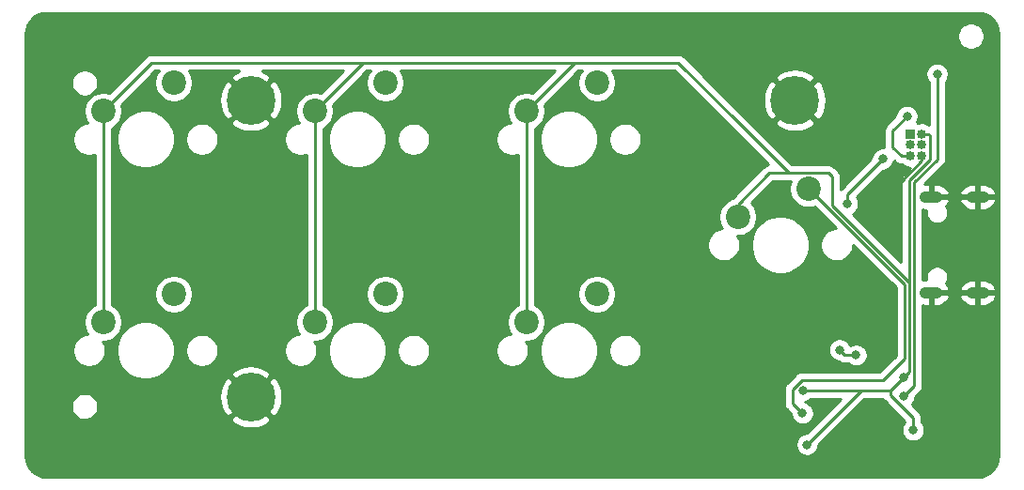
<source format=gbr>
%TF.GenerationSoftware,KiCad,Pcbnew,5.1.7-a382d34a8~88~ubuntu20.04.1*%
%TF.CreationDate,2021-03-21T15:49:45+01:00*%
%TF.ProjectId,marco-keyboard,6d617263-6f2d-46b6-9579-626f6172642e,rev?*%
%TF.SameCoordinates,Original*%
%TF.FileFunction,Copper,L2,Bot*%
%TF.FilePolarity,Positive*%
%FSLAX46Y46*%
G04 Gerber Fmt 4.6, Leading zero omitted, Abs format (unit mm)*
G04 Created by KiCad (PCBNEW 5.1.7-a382d34a8~88~ubuntu20.04.1) date 2021-03-21 15:49:45*
%MOMM*%
%LPD*%
G01*
G04 APERTURE LIST*
%TA.AperFunction,ComponentPad*%
%ADD10C,4.400000*%
%TD*%
%TA.AperFunction,ComponentPad*%
%ADD11C,2.200000*%
%TD*%
%TA.AperFunction,ComponentPad*%
%ADD12O,2.100000X1.050000*%
%TD*%
%TA.AperFunction,ComponentPad*%
%ADD13O,0.850000X0.850000*%
%TD*%
%TA.AperFunction,ComponentPad*%
%ADD14R,0.850000X0.850000*%
%TD*%
%TA.AperFunction,ViaPad*%
%ADD15C,0.800000*%
%TD*%
%TA.AperFunction,Conductor*%
%ADD16C,0.250000*%
%TD*%
%TA.AperFunction,Conductor*%
%ADD17C,0.254000*%
%TD*%
%TA.AperFunction,Conductor*%
%ADD18C,0.100000*%
%TD*%
G04 APERTURE END LIST*
D10*
%TO.P,H3,1*%
%TO.N,GND*%
X174058580Y-58070161D03*
%TD*%
%TO.P,H2,1*%
%TO.N,GND*%
X125064520Y-58070161D03*
%TD*%
%TO.P,H1,1*%
%TO.N,GND*%
X125064520Y-84825840D03*
%TD*%
D11*
%TO.P,SW6,2*%
%TO.N,+5V*%
X168910000Y-68580000D03*
%TO.P,SW6,1*%
%TO.N,BTN6*%
X175260000Y-66040000D03*
%TD*%
D12*
%TO.P,J1,S1*%
%TO.N,GND*%
X186320000Y-75440000D03*
%TO.P,J1,S2*%
X186320000Y-66800000D03*
%TO.P,J1,S3*%
X190500000Y-75440000D03*
%TO.P,J1,S4*%
X190500000Y-66800000D03*
%TD*%
D13*
%TO.P,J2,6*%
%TO.N,GND*%
X185467880Y-63109480D03*
%TO.P,J2,5*%
%TO.N,RESET*%
X184467880Y-63109480D03*
%TO.P,J2,4*%
%TO.N,MOSI*%
X185467880Y-62109480D03*
%TO.P,J2,3*%
%TO.N,SCLK*%
X184467880Y-62109480D03*
%TO.P,J2,2*%
%TO.N,+5V*%
X185467880Y-61109480D03*
D14*
%TO.P,J2,1*%
%TO.N,MISO*%
X184467880Y-61109480D03*
%TD*%
D11*
%TO.P,SW0,1*%
%TO.N,BTN0*%
X118110000Y-56515000D03*
%TO.P,SW0,2*%
%TO.N,+5V*%
X111760000Y-59055000D03*
%TD*%
%TO.P,SW1,2*%
%TO.N,+5V*%
X111760000Y-78105000D03*
%TO.P,SW1,1*%
%TO.N,BTN1*%
X118110000Y-75565000D03*
%TD*%
%TO.P,SW2,2*%
%TO.N,+5V*%
X130810000Y-59055000D03*
%TO.P,SW2,1*%
%TO.N,BTN2*%
X137160000Y-56515000D03*
%TD*%
%TO.P,SW3,1*%
%TO.N,BTN3*%
X137160000Y-75565000D03*
%TO.P,SW3,2*%
%TO.N,+5V*%
X130810000Y-78105000D03*
%TD*%
%TO.P,SW4,1*%
%TO.N,BTN4*%
X156210000Y-56515000D03*
%TO.P,SW4,2*%
%TO.N,+5V*%
X149860000Y-59055000D03*
%TD*%
%TO.P,SW5,2*%
%TO.N,+5V*%
X149860000Y-78105000D03*
%TO.P,SW5,1*%
%TO.N,BTN5*%
X156210000Y-75565000D03*
%TD*%
D15*
%TO.N,Net-(C2-Pad1)*%
X179563440Y-81061560D03*
X178063440Y-80586580D03*
%TO.N,+5V*%
X174754540Y-84277200D03*
X175143160Y-89131140D03*
X183834400Y-83077680D03*
%TO.N,RESET*%
X184142880Y-59520450D03*
%TO.N,SCLK*%
X181947393Y-63377653D03*
X178747420Y-67409060D03*
%TO.N,Net-(R5-Pad1)*%
X183829960Y-84784900D03*
X186862720Y-55709820D03*
%TO.N,BTN6*%
X174724060Y-86304120D03*
%TO.N,GND*%
X183126380Y-65354200D03*
X171333160Y-89382600D03*
X182120540Y-65356740D03*
%TO.N,+5V*%
X184693560Y-87823040D03*
%TD*%
D16*
%TO.N,Net-(C2-Pad1)*%
X178538420Y-81061560D02*
X178063440Y-80586580D01*
X179563440Y-81061560D02*
X178538420Y-81061560D01*
%TO.N,+5V*%
X174845980Y-84368640D02*
X174754540Y-84277200D01*
X182634880Y-84277200D02*
X183834400Y-83077680D01*
X179997100Y-84277200D02*
X180017420Y-84277200D01*
X175143160Y-89131140D02*
X179997100Y-84277200D01*
X180017420Y-84277200D02*
X182634880Y-84277200D01*
X174754540Y-84277200D02*
X180017420Y-84277200D01*
X184337530Y-82574550D02*
X183834400Y-83077680D01*
X186217881Y-63429689D02*
X184337530Y-65310040D01*
X186217881Y-61258441D02*
X186217881Y-63429689D01*
X186068920Y-61109480D02*
X186217881Y-61258441D01*
X185467880Y-61109480D02*
X186068920Y-61109480D01*
X149860000Y-59055000D02*
X149860000Y-78105000D01*
X130810000Y-59055000D02*
X130810000Y-78105000D01*
X111760000Y-59055000D02*
X111760000Y-78105000D01*
X111760000Y-59055000D02*
X116149120Y-54665880D01*
X135199120Y-54665880D02*
X136410700Y-54665880D01*
X130810000Y-59055000D02*
X135199120Y-54665880D01*
X116149120Y-54665880D02*
X136410700Y-54665880D01*
X149860000Y-59055000D02*
X154249120Y-54665880D01*
X154249120Y-54665880D02*
X154330400Y-54665880D01*
X136410700Y-54665880D02*
X154330400Y-54665880D01*
X163522660Y-54665880D02*
X168910000Y-60053220D01*
X154330400Y-54665880D02*
X163522660Y-54665880D01*
X184337530Y-74864390D02*
X184337529Y-74481119D01*
X184337530Y-65310040D02*
X184337530Y-74864390D01*
X184337530Y-74864390D02*
X184337530Y-82574550D01*
X184337529Y-74481119D02*
X177393600Y-67537190D01*
X177393600Y-67537190D02*
X177393600Y-64960500D01*
X173471779Y-64614999D02*
X168910000Y-60053220D01*
X177048099Y-64614999D02*
X173471779Y-64614999D01*
X177393600Y-64960500D02*
X177048099Y-64614999D01*
%TO.N,RESET*%
X184467880Y-63109480D02*
X183640100Y-63109480D01*
X183640100Y-63109480D02*
X182854600Y-62323980D01*
X182854600Y-60808730D02*
X184142880Y-59520450D01*
X182854600Y-62323980D02*
X182854600Y-60808730D01*
%TO.N,SCLK*%
X178747420Y-66577626D02*
X178747420Y-67409060D01*
X181947393Y-63377653D02*
X178747420Y-66577626D01*
%TO.N,Net-(R5-Pad1)*%
X186872880Y-55719980D02*
X186862720Y-55709820D01*
X186872880Y-63411100D02*
X186872880Y-55719980D01*
X184787540Y-65496440D02*
X186872880Y-63411100D01*
X184787540Y-83827320D02*
X184787540Y-65496440D01*
X183829960Y-84784900D02*
X184787540Y-83827320D01*
%TO.N,GND*%
X185467880Y-63109480D02*
X185467880Y-63543280D01*
X183656960Y-65354200D02*
X183126380Y-65354200D01*
X185467880Y-63543280D02*
X183656960Y-65354200D01*
%TO.N,+5V*%
X184693560Y-87061040D02*
X184693560Y-87823040D01*
X173471779Y-64614999D02*
X171744701Y-64614999D01*
X168910000Y-67449700D02*
X168910000Y-68580000D01*
X171744701Y-64614999D02*
X168910000Y-67449700D01*
X184693560Y-86721502D02*
X184693560Y-87061040D01*
X182634880Y-84662822D02*
X184693560Y-86721502D01*
X182634880Y-84277200D02*
X182634880Y-84662822D01*
%TO.N,BTN6*%
X173819820Y-85399880D02*
X174724060Y-86304120D01*
X181996080Y-83299300D02*
X174659438Y-83299300D01*
X174659438Y-83299300D02*
X173819820Y-84138918D01*
X183887520Y-81407860D02*
X181996080Y-83299300D01*
X183887520Y-74667520D02*
X183887520Y-81407860D01*
X173819820Y-84138918D02*
X173819820Y-85399880D01*
X175260000Y-66040000D02*
X183887520Y-74667520D01*
%TD*%
D17*
%TO.N,GND*%
X190864545Y-50228909D02*
X191215208Y-50334780D01*
X191538625Y-50506744D01*
X191822484Y-50738254D01*
X192055965Y-51020486D01*
X192230183Y-51342695D01*
X192338502Y-51692614D01*
X192380000Y-52087443D01*
X192380001Y-90137711D01*
X192341091Y-90534545D01*
X192235220Y-90885206D01*
X192063257Y-91208623D01*
X191831748Y-91492482D01*
X191549514Y-91725965D01*
X191227304Y-91900184D01*
X190877385Y-92008502D01*
X190482557Y-92050000D01*
X106712279Y-92050000D01*
X106315455Y-92011091D01*
X105964794Y-91905220D01*
X105641377Y-91733257D01*
X105357518Y-91501748D01*
X105124035Y-91219514D01*
X104949816Y-90897304D01*
X104841498Y-90547385D01*
X104800000Y-90152557D01*
X104800000Y-85562927D01*
X108892920Y-85562927D01*
X108892920Y-85801473D01*
X108939458Y-86035436D01*
X109030745Y-86255824D01*
X109163274Y-86454168D01*
X109331952Y-86622846D01*
X109530296Y-86755375D01*
X109750684Y-86846662D01*
X109984647Y-86893200D01*
X110223193Y-86893200D01*
X110457156Y-86846662D01*
X110532110Y-86815615D01*
X123254350Y-86815615D01*
X123494496Y-87202858D01*
X123988397Y-87463481D01*
X124523653Y-87622741D01*
X125079694Y-87674518D01*
X125635152Y-87616821D01*
X126168681Y-87451868D01*
X126634544Y-87202858D01*
X126874690Y-86815615D01*
X125064520Y-85005445D01*
X123254350Y-86815615D01*
X110532110Y-86815615D01*
X110677544Y-86755375D01*
X110875888Y-86622846D01*
X111044566Y-86454168D01*
X111177095Y-86255824D01*
X111268382Y-86035436D01*
X111314920Y-85801473D01*
X111314920Y-85562927D01*
X111268382Y-85328964D01*
X111177095Y-85108576D01*
X111044566Y-84910232D01*
X110975348Y-84841014D01*
X122215842Y-84841014D01*
X122273539Y-85396472D01*
X122438492Y-85930001D01*
X122687502Y-86395864D01*
X123074745Y-86636010D01*
X124884915Y-84825840D01*
X125244125Y-84825840D01*
X127054295Y-86636010D01*
X127441538Y-86395864D01*
X127702161Y-85901963D01*
X127861421Y-85366707D01*
X127913198Y-84810666D01*
X127855501Y-84255208D01*
X127690548Y-83721679D01*
X127441538Y-83255816D01*
X127054295Y-83015670D01*
X125244125Y-84825840D01*
X124884915Y-84825840D01*
X123074745Y-83015670D01*
X122687502Y-83255816D01*
X122426879Y-83749717D01*
X122267619Y-84284973D01*
X122215842Y-84841014D01*
X110975348Y-84841014D01*
X110875888Y-84741554D01*
X110677544Y-84609025D01*
X110457156Y-84517738D01*
X110223193Y-84471200D01*
X109984647Y-84471200D01*
X109750684Y-84517738D01*
X109530296Y-84609025D01*
X109331952Y-84741554D01*
X109163274Y-84910232D01*
X109030745Y-85108576D01*
X108939458Y-85328964D01*
X108892920Y-85562927D01*
X104800000Y-85562927D01*
X104800000Y-61448740D01*
X109005000Y-61448740D01*
X109005000Y-61741260D01*
X109062068Y-62028158D01*
X109174010Y-62298411D01*
X109336525Y-62541632D01*
X109543368Y-62748475D01*
X109786589Y-62910990D01*
X110056842Y-63022932D01*
X110343740Y-63080000D01*
X110636260Y-63080000D01*
X110923158Y-63022932D01*
X111000000Y-62991103D01*
X111000001Y-76541851D01*
X110938169Y-76567463D01*
X110654002Y-76757337D01*
X110412337Y-76999002D01*
X110222463Y-77283169D01*
X110091675Y-77598919D01*
X110025000Y-77934117D01*
X110025000Y-78275883D01*
X110091675Y-78611081D01*
X110222463Y-78926831D01*
X110378261Y-79160000D01*
X110343740Y-79160000D01*
X110056842Y-79217068D01*
X109786589Y-79329010D01*
X109543368Y-79491525D01*
X109336525Y-79698368D01*
X109174010Y-79941589D01*
X109062068Y-80211842D01*
X109005000Y-80498740D01*
X109005000Y-80791260D01*
X109062068Y-81078158D01*
X109174010Y-81348411D01*
X109336525Y-81591632D01*
X109543368Y-81798475D01*
X109786589Y-81960990D01*
X110056842Y-82072932D01*
X110343740Y-82130000D01*
X110636260Y-82130000D01*
X110923158Y-82072932D01*
X111193411Y-81960990D01*
X111436632Y-81798475D01*
X111643475Y-81591632D01*
X111805990Y-81348411D01*
X111917932Y-81078158D01*
X111975000Y-80791260D01*
X111975000Y-80498740D01*
X111952471Y-80385475D01*
X112935000Y-80385475D01*
X112935000Y-80904525D01*
X113036261Y-81413601D01*
X113234893Y-81893141D01*
X113523262Y-82324715D01*
X113890285Y-82691738D01*
X114321859Y-82980107D01*
X114801399Y-83178739D01*
X115310475Y-83280000D01*
X115829525Y-83280000D01*
X116338601Y-83178739D01*
X116818141Y-82980107D01*
X117033714Y-82836065D01*
X123254350Y-82836065D01*
X125064520Y-84646235D01*
X126874690Y-82836065D01*
X126634544Y-82448822D01*
X126140643Y-82188199D01*
X125605387Y-82028939D01*
X125049346Y-81977162D01*
X124493888Y-82034859D01*
X123960359Y-82199812D01*
X123494496Y-82448822D01*
X123254350Y-82836065D01*
X117033714Y-82836065D01*
X117249715Y-82691738D01*
X117616738Y-82324715D01*
X117905107Y-81893141D01*
X118103739Y-81413601D01*
X118205000Y-80904525D01*
X118205000Y-80498740D01*
X119165000Y-80498740D01*
X119165000Y-80791260D01*
X119222068Y-81078158D01*
X119334010Y-81348411D01*
X119496525Y-81591632D01*
X119703368Y-81798475D01*
X119946589Y-81960990D01*
X120216842Y-82072932D01*
X120503740Y-82130000D01*
X120796260Y-82130000D01*
X121083158Y-82072932D01*
X121353411Y-81960990D01*
X121596632Y-81798475D01*
X121803475Y-81591632D01*
X121965990Y-81348411D01*
X122077932Y-81078158D01*
X122135000Y-80791260D01*
X122135000Y-80498740D01*
X122077932Y-80211842D01*
X121965990Y-79941589D01*
X121803475Y-79698368D01*
X121596632Y-79491525D01*
X121353411Y-79329010D01*
X121083158Y-79217068D01*
X120796260Y-79160000D01*
X120503740Y-79160000D01*
X120216842Y-79217068D01*
X119946589Y-79329010D01*
X119703368Y-79491525D01*
X119496525Y-79698368D01*
X119334010Y-79941589D01*
X119222068Y-80211842D01*
X119165000Y-80498740D01*
X118205000Y-80498740D01*
X118205000Y-80385475D01*
X118103739Y-79876399D01*
X117905107Y-79396859D01*
X117616738Y-78965285D01*
X117249715Y-78598262D01*
X116818141Y-78309893D01*
X116338601Y-78111261D01*
X115829525Y-78010000D01*
X115310475Y-78010000D01*
X114801399Y-78111261D01*
X114321859Y-78309893D01*
X113890285Y-78598262D01*
X113523262Y-78965285D01*
X113234893Y-79396859D01*
X113036261Y-79876399D01*
X112935000Y-80385475D01*
X111952471Y-80385475D01*
X111917932Y-80211842D01*
X111805990Y-79941589D01*
X111738110Y-79840000D01*
X111930883Y-79840000D01*
X112266081Y-79773325D01*
X112581831Y-79642537D01*
X112865998Y-79452663D01*
X113107663Y-79210998D01*
X113297537Y-78926831D01*
X113428325Y-78611081D01*
X113495000Y-78275883D01*
X113495000Y-77934117D01*
X113428325Y-77598919D01*
X113297537Y-77283169D01*
X113107663Y-76999002D01*
X112865998Y-76757337D01*
X112581831Y-76567463D01*
X112520000Y-76541852D01*
X112520000Y-75394117D01*
X116375000Y-75394117D01*
X116375000Y-75735883D01*
X116441675Y-76071081D01*
X116572463Y-76386831D01*
X116762337Y-76670998D01*
X117004002Y-76912663D01*
X117288169Y-77102537D01*
X117603919Y-77233325D01*
X117939117Y-77300000D01*
X118280883Y-77300000D01*
X118616081Y-77233325D01*
X118931831Y-77102537D01*
X119215998Y-76912663D01*
X119457663Y-76670998D01*
X119647537Y-76386831D01*
X119778325Y-76071081D01*
X119845000Y-75735883D01*
X119845000Y-75394117D01*
X119778325Y-75058919D01*
X119647537Y-74743169D01*
X119457663Y-74459002D01*
X119215998Y-74217337D01*
X118931831Y-74027463D01*
X118616081Y-73896675D01*
X118280883Y-73830000D01*
X117939117Y-73830000D01*
X117603919Y-73896675D01*
X117288169Y-74027463D01*
X117004002Y-74217337D01*
X116762337Y-74459002D01*
X116572463Y-74743169D01*
X116441675Y-75058919D01*
X116375000Y-75394117D01*
X112520000Y-75394117D01*
X112520000Y-61335475D01*
X112935000Y-61335475D01*
X112935000Y-61854525D01*
X113036261Y-62363601D01*
X113234893Y-62843141D01*
X113523262Y-63274715D01*
X113890285Y-63641738D01*
X114321859Y-63930107D01*
X114801399Y-64128739D01*
X115310475Y-64230000D01*
X115829525Y-64230000D01*
X116338601Y-64128739D01*
X116818141Y-63930107D01*
X117249715Y-63641738D01*
X117616738Y-63274715D01*
X117905107Y-62843141D01*
X118103739Y-62363601D01*
X118205000Y-61854525D01*
X118205000Y-61448740D01*
X119165000Y-61448740D01*
X119165000Y-61741260D01*
X119222068Y-62028158D01*
X119334010Y-62298411D01*
X119496525Y-62541632D01*
X119703368Y-62748475D01*
X119946589Y-62910990D01*
X120216842Y-63022932D01*
X120503740Y-63080000D01*
X120796260Y-63080000D01*
X121083158Y-63022932D01*
X121353411Y-62910990D01*
X121596632Y-62748475D01*
X121803475Y-62541632D01*
X121965990Y-62298411D01*
X122077932Y-62028158D01*
X122135000Y-61741260D01*
X122135000Y-61448740D01*
X122077932Y-61161842D01*
X121965990Y-60891589D01*
X121803475Y-60648368D01*
X121596632Y-60441525D01*
X121353411Y-60279010D01*
X121083158Y-60167068D01*
X120796260Y-60110000D01*
X120503740Y-60110000D01*
X120216842Y-60167068D01*
X119946589Y-60279010D01*
X119703368Y-60441525D01*
X119496525Y-60648368D01*
X119334010Y-60891589D01*
X119222068Y-61161842D01*
X119165000Y-61448740D01*
X118205000Y-61448740D01*
X118205000Y-61335475D01*
X118103739Y-60826399D01*
X117905107Y-60346859D01*
X117713391Y-60059936D01*
X123254350Y-60059936D01*
X123494496Y-60447179D01*
X123988397Y-60707802D01*
X124523653Y-60867062D01*
X125079694Y-60918839D01*
X125635152Y-60861142D01*
X126168681Y-60696189D01*
X126634544Y-60447179D01*
X126874690Y-60059936D01*
X125064520Y-58249766D01*
X123254350Y-60059936D01*
X117713391Y-60059936D01*
X117616738Y-59915285D01*
X117249715Y-59548262D01*
X116818141Y-59259893D01*
X116338601Y-59061261D01*
X115829525Y-58960000D01*
X115310475Y-58960000D01*
X114801399Y-59061261D01*
X114321859Y-59259893D01*
X113890285Y-59548262D01*
X113523262Y-59915285D01*
X113234893Y-60346859D01*
X113036261Y-60826399D01*
X112935000Y-61335475D01*
X112520000Y-61335475D01*
X112520000Y-60618148D01*
X112581831Y-60592537D01*
X112865998Y-60402663D01*
X113107663Y-60160998D01*
X113297537Y-59876831D01*
X113428325Y-59561081D01*
X113495000Y-59225883D01*
X113495000Y-58884117D01*
X113428325Y-58548919D01*
X113402714Y-58487088D01*
X116463922Y-55425880D01*
X116751059Y-55425880D01*
X116572463Y-55693169D01*
X116441675Y-56008919D01*
X116375000Y-56344117D01*
X116375000Y-56685883D01*
X116441675Y-57021081D01*
X116572463Y-57336831D01*
X116762337Y-57620998D01*
X117004002Y-57862663D01*
X117288169Y-58052537D01*
X117603919Y-58183325D01*
X117939117Y-58250000D01*
X118280883Y-58250000D01*
X118616081Y-58183325D01*
X118852649Y-58085335D01*
X122215842Y-58085335D01*
X122273539Y-58640793D01*
X122438492Y-59174322D01*
X122687502Y-59640185D01*
X123074745Y-59880331D01*
X124884915Y-58070161D01*
X125244125Y-58070161D01*
X127054295Y-59880331D01*
X127441538Y-59640185D01*
X127702161Y-59146284D01*
X127861421Y-58611028D01*
X127913198Y-58054987D01*
X127855501Y-57499529D01*
X127690548Y-56966000D01*
X127441538Y-56500137D01*
X127054295Y-56259991D01*
X125244125Y-58070161D01*
X124884915Y-58070161D01*
X123074745Y-56259991D01*
X122687502Y-56500137D01*
X122426879Y-56994038D01*
X122267619Y-57529294D01*
X122215842Y-58085335D01*
X118852649Y-58085335D01*
X118931831Y-58052537D01*
X119215998Y-57862663D01*
X119457663Y-57620998D01*
X119647537Y-57336831D01*
X119778325Y-57021081D01*
X119845000Y-56685883D01*
X119845000Y-56344117D01*
X119778325Y-56008919D01*
X119647537Y-55693169D01*
X119468941Y-55425880D01*
X124019397Y-55425880D01*
X123960359Y-55444133D01*
X123494496Y-55693143D01*
X123254350Y-56080386D01*
X125064520Y-57890556D01*
X126874690Y-56080386D01*
X126634544Y-55693143D01*
X126140643Y-55432520D01*
X126118327Y-55425880D01*
X133364318Y-55425880D01*
X131377912Y-57412286D01*
X131316081Y-57386675D01*
X130980883Y-57320000D01*
X130639117Y-57320000D01*
X130303919Y-57386675D01*
X129988169Y-57517463D01*
X129704002Y-57707337D01*
X129462337Y-57949002D01*
X129272463Y-58233169D01*
X129141675Y-58548919D01*
X129075000Y-58884117D01*
X129075000Y-59225883D01*
X129141675Y-59561081D01*
X129272463Y-59876831D01*
X129428261Y-60110000D01*
X129393740Y-60110000D01*
X129106842Y-60167068D01*
X128836589Y-60279010D01*
X128593368Y-60441525D01*
X128386525Y-60648368D01*
X128224010Y-60891589D01*
X128112068Y-61161842D01*
X128055000Y-61448740D01*
X128055000Y-61741260D01*
X128112068Y-62028158D01*
X128224010Y-62298411D01*
X128386525Y-62541632D01*
X128593368Y-62748475D01*
X128836589Y-62910990D01*
X129106842Y-63022932D01*
X129393740Y-63080000D01*
X129686260Y-63080000D01*
X129973158Y-63022932D01*
X130050000Y-62991103D01*
X130050001Y-76541851D01*
X129988169Y-76567463D01*
X129704002Y-76757337D01*
X129462337Y-76999002D01*
X129272463Y-77283169D01*
X129141675Y-77598919D01*
X129075000Y-77934117D01*
X129075000Y-78275883D01*
X129141675Y-78611081D01*
X129272463Y-78926831D01*
X129428261Y-79160000D01*
X129393740Y-79160000D01*
X129106842Y-79217068D01*
X128836589Y-79329010D01*
X128593368Y-79491525D01*
X128386525Y-79698368D01*
X128224010Y-79941589D01*
X128112068Y-80211842D01*
X128055000Y-80498740D01*
X128055000Y-80791260D01*
X128112068Y-81078158D01*
X128224010Y-81348411D01*
X128386525Y-81591632D01*
X128593368Y-81798475D01*
X128836589Y-81960990D01*
X129106842Y-82072932D01*
X129393740Y-82130000D01*
X129686260Y-82130000D01*
X129973158Y-82072932D01*
X130243411Y-81960990D01*
X130486632Y-81798475D01*
X130693475Y-81591632D01*
X130855990Y-81348411D01*
X130967932Y-81078158D01*
X131025000Y-80791260D01*
X131025000Y-80498740D01*
X131002471Y-80385475D01*
X131985000Y-80385475D01*
X131985000Y-80904525D01*
X132086261Y-81413601D01*
X132284893Y-81893141D01*
X132573262Y-82324715D01*
X132940285Y-82691738D01*
X133371859Y-82980107D01*
X133851399Y-83178739D01*
X134360475Y-83280000D01*
X134879525Y-83280000D01*
X135388601Y-83178739D01*
X135868141Y-82980107D01*
X136299715Y-82691738D01*
X136666738Y-82324715D01*
X136955107Y-81893141D01*
X137153739Y-81413601D01*
X137255000Y-80904525D01*
X137255000Y-80498740D01*
X138215000Y-80498740D01*
X138215000Y-80791260D01*
X138272068Y-81078158D01*
X138384010Y-81348411D01*
X138546525Y-81591632D01*
X138753368Y-81798475D01*
X138996589Y-81960990D01*
X139266842Y-82072932D01*
X139553740Y-82130000D01*
X139846260Y-82130000D01*
X140133158Y-82072932D01*
X140403411Y-81960990D01*
X140646632Y-81798475D01*
X140853475Y-81591632D01*
X141015990Y-81348411D01*
X141127932Y-81078158D01*
X141185000Y-80791260D01*
X141185000Y-80498740D01*
X141127932Y-80211842D01*
X141015990Y-79941589D01*
X140853475Y-79698368D01*
X140646632Y-79491525D01*
X140403411Y-79329010D01*
X140133158Y-79217068D01*
X139846260Y-79160000D01*
X139553740Y-79160000D01*
X139266842Y-79217068D01*
X138996589Y-79329010D01*
X138753368Y-79491525D01*
X138546525Y-79698368D01*
X138384010Y-79941589D01*
X138272068Y-80211842D01*
X138215000Y-80498740D01*
X137255000Y-80498740D01*
X137255000Y-80385475D01*
X137153739Y-79876399D01*
X136955107Y-79396859D01*
X136666738Y-78965285D01*
X136299715Y-78598262D01*
X135868141Y-78309893D01*
X135388601Y-78111261D01*
X134879525Y-78010000D01*
X134360475Y-78010000D01*
X133851399Y-78111261D01*
X133371859Y-78309893D01*
X132940285Y-78598262D01*
X132573262Y-78965285D01*
X132284893Y-79396859D01*
X132086261Y-79876399D01*
X131985000Y-80385475D01*
X131002471Y-80385475D01*
X130967932Y-80211842D01*
X130855990Y-79941589D01*
X130788110Y-79840000D01*
X130980883Y-79840000D01*
X131316081Y-79773325D01*
X131631831Y-79642537D01*
X131915998Y-79452663D01*
X132157663Y-79210998D01*
X132347537Y-78926831D01*
X132478325Y-78611081D01*
X132545000Y-78275883D01*
X132545000Y-77934117D01*
X132478325Y-77598919D01*
X132347537Y-77283169D01*
X132157663Y-76999002D01*
X131915998Y-76757337D01*
X131631831Y-76567463D01*
X131570000Y-76541852D01*
X131570000Y-75394117D01*
X135425000Y-75394117D01*
X135425000Y-75735883D01*
X135491675Y-76071081D01*
X135622463Y-76386831D01*
X135812337Y-76670998D01*
X136054002Y-76912663D01*
X136338169Y-77102537D01*
X136653919Y-77233325D01*
X136989117Y-77300000D01*
X137330883Y-77300000D01*
X137666081Y-77233325D01*
X137981831Y-77102537D01*
X138265998Y-76912663D01*
X138507663Y-76670998D01*
X138697537Y-76386831D01*
X138828325Y-76071081D01*
X138895000Y-75735883D01*
X138895000Y-75394117D01*
X138828325Y-75058919D01*
X138697537Y-74743169D01*
X138507663Y-74459002D01*
X138265998Y-74217337D01*
X137981831Y-74027463D01*
X137666081Y-73896675D01*
X137330883Y-73830000D01*
X136989117Y-73830000D01*
X136653919Y-73896675D01*
X136338169Y-74027463D01*
X136054002Y-74217337D01*
X135812337Y-74459002D01*
X135622463Y-74743169D01*
X135491675Y-75058919D01*
X135425000Y-75394117D01*
X131570000Y-75394117D01*
X131570000Y-61335475D01*
X131985000Y-61335475D01*
X131985000Y-61854525D01*
X132086261Y-62363601D01*
X132284893Y-62843141D01*
X132573262Y-63274715D01*
X132940285Y-63641738D01*
X133371859Y-63930107D01*
X133851399Y-64128739D01*
X134360475Y-64230000D01*
X134879525Y-64230000D01*
X135388601Y-64128739D01*
X135868141Y-63930107D01*
X136299715Y-63641738D01*
X136666738Y-63274715D01*
X136955107Y-62843141D01*
X137153739Y-62363601D01*
X137255000Y-61854525D01*
X137255000Y-61448740D01*
X138215000Y-61448740D01*
X138215000Y-61741260D01*
X138272068Y-62028158D01*
X138384010Y-62298411D01*
X138546525Y-62541632D01*
X138753368Y-62748475D01*
X138996589Y-62910990D01*
X139266842Y-63022932D01*
X139553740Y-63080000D01*
X139846260Y-63080000D01*
X140133158Y-63022932D01*
X140403411Y-62910990D01*
X140646632Y-62748475D01*
X140853475Y-62541632D01*
X141015990Y-62298411D01*
X141127932Y-62028158D01*
X141185000Y-61741260D01*
X141185000Y-61448740D01*
X141127932Y-61161842D01*
X141015990Y-60891589D01*
X140853475Y-60648368D01*
X140646632Y-60441525D01*
X140403411Y-60279010D01*
X140133158Y-60167068D01*
X139846260Y-60110000D01*
X139553740Y-60110000D01*
X139266842Y-60167068D01*
X138996589Y-60279010D01*
X138753368Y-60441525D01*
X138546525Y-60648368D01*
X138384010Y-60891589D01*
X138272068Y-61161842D01*
X138215000Y-61448740D01*
X137255000Y-61448740D01*
X137255000Y-61335475D01*
X137153739Y-60826399D01*
X136955107Y-60346859D01*
X136666738Y-59915285D01*
X136299715Y-59548262D01*
X135868141Y-59259893D01*
X135388601Y-59061261D01*
X134879525Y-58960000D01*
X134360475Y-58960000D01*
X133851399Y-59061261D01*
X133371859Y-59259893D01*
X132940285Y-59548262D01*
X132573262Y-59915285D01*
X132284893Y-60346859D01*
X132086261Y-60826399D01*
X131985000Y-61335475D01*
X131570000Y-61335475D01*
X131570000Y-60618148D01*
X131631831Y-60592537D01*
X131915998Y-60402663D01*
X132157663Y-60160998D01*
X132347537Y-59876831D01*
X132478325Y-59561081D01*
X132545000Y-59225883D01*
X132545000Y-58884117D01*
X132478325Y-58548919D01*
X132452714Y-58487088D01*
X135513922Y-55425880D01*
X135801059Y-55425880D01*
X135622463Y-55693169D01*
X135491675Y-56008919D01*
X135425000Y-56344117D01*
X135425000Y-56685883D01*
X135491675Y-57021081D01*
X135622463Y-57336831D01*
X135812337Y-57620998D01*
X136054002Y-57862663D01*
X136338169Y-58052537D01*
X136653919Y-58183325D01*
X136989117Y-58250000D01*
X137330883Y-58250000D01*
X137666081Y-58183325D01*
X137981831Y-58052537D01*
X138265998Y-57862663D01*
X138507663Y-57620998D01*
X138697537Y-57336831D01*
X138828325Y-57021081D01*
X138895000Y-56685883D01*
X138895000Y-56344117D01*
X138828325Y-56008919D01*
X138697537Y-55693169D01*
X138518941Y-55425880D01*
X152414318Y-55425880D01*
X150427912Y-57412286D01*
X150366081Y-57386675D01*
X150030883Y-57320000D01*
X149689117Y-57320000D01*
X149353919Y-57386675D01*
X149038169Y-57517463D01*
X148754002Y-57707337D01*
X148512337Y-57949002D01*
X148322463Y-58233169D01*
X148191675Y-58548919D01*
X148125000Y-58884117D01*
X148125000Y-59225883D01*
X148191675Y-59561081D01*
X148322463Y-59876831D01*
X148478261Y-60110000D01*
X148443740Y-60110000D01*
X148156842Y-60167068D01*
X147886589Y-60279010D01*
X147643368Y-60441525D01*
X147436525Y-60648368D01*
X147274010Y-60891589D01*
X147162068Y-61161842D01*
X147105000Y-61448740D01*
X147105000Y-61741260D01*
X147162068Y-62028158D01*
X147274010Y-62298411D01*
X147436525Y-62541632D01*
X147643368Y-62748475D01*
X147886589Y-62910990D01*
X148156842Y-63022932D01*
X148443740Y-63080000D01*
X148736260Y-63080000D01*
X149023158Y-63022932D01*
X149100000Y-62991103D01*
X149100001Y-76541851D01*
X149038169Y-76567463D01*
X148754002Y-76757337D01*
X148512337Y-76999002D01*
X148322463Y-77283169D01*
X148191675Y-77598919D01*
X148125000Y-77934117D01*
X148125000Y-78275883D01*
X148191675Y-78611081D01*
X148322463Y-78926831D01*
X148478261Y-79160000D01*
X148443740Y-79160000D01*
X148156842Y-79217068D01*
X147886589Y-79329010D01*
X147643368Y-79491525D01*
X147436525Y-79698368D01*
X147274010Y-79941589D01*
X147162068Y-80211842D01*
X147105000Y-80498740D01*
X147105000Y-80791260D01*
X147162068Y-81078158D01*
X147274010Y-81348411D01*
X147436525Y-81591632D01*
X147643368Y-81798475D01*
X147886589Y-81960990D01*
X148156842Y-82072932D01*
X148443740Y-82130000D01*
X148736260Y-82130000D01*
X149023158Y-82072932D01*
X149293411Y-81960990D01*
X149536632Y-81798475D01*
X149743475Y-81591632D01*
X149905990Y-81348411D01*
X150017932Y-81078158D01*
X150075000Y-80791260D01*
X150075000Y-80498740D01*
X150052471Y-80385475D01*
X151035000Y-80385475D01*
X151035000Y-80904525D01*
X151136261Y-81413601D01*
X151334893Y-81893141D01*
X151623262Y-82324715D01*
X151990285Y-82691738D01*
X152421859Y-82980107D01*
X152901399Y-83178739D01*
X153410475Y-83280000D01*
X153929525Y-83280000D01*
X154438601Y-83178739D01*
X154918141Y-82980107D01*
X155349715Y-82691738D01*
X155716738Y-82324715D01*
X156005107Y-81893141D01*
X156203739Y-81413601D01*
X156305000Y-80904525D01*
X156305000Y-80498740D01*
X157265000Y-80498740D01*
X157265000Y-80791260D01*
X157322068Y-81078158D01*
X157434010Y-81348411D01*
X157596525Y-81591632D01*
X157803368Y-81798475D01*
X158046589Y-81960990D01*
X158316842Y-82072932D01*
X158603740Y-82130000D01*
X158896260Y-82130000D01*
X159183158Y-82072932D01*
X159453411Y-81960990D01*
X159696632Y-81798475D01*
X159903475Y-81591632D01*
X160065990Y-81348411D01*
X160177932Y-81078158D01*
X160235000Y-80791260D01*
X160235000Y-80498740D01*
X160232196Y-80484641D01*
X177028440Y-80484641D01*
X177028440Y-80688519D01*
X177068214Y-80888478D01*
X177146235Y-81076836D01*
X177259503Y-81246354D01*
X177403666Y-81390517D01*
X177573184Y-81503785D01*
X177761542Y-81581806D01*
X177961501Y-81621580D01*
X178022812Y-81621580D01*
X178114144Y-81696534D01*
X178246173Y-81767106D01*
X178389434Y-81810563D01*
X178501087Y-81821560D01*
X178501096Y-81821560D01*
X178538419Y-81825236D01*
X178575742Y-81821560D01*
X178859729Y-81821560D01*
X178903666Y-81865497D01*
X179073184Y-81978765D01*
X179261542Y-82056786D01*
X179461501Y-82096560D01*
X179665379Y-82096560D01*
X179865338Y-82056786D01*
X180053696Y-81978765D01*
X180223214Y-81865497D01*
X180367377Y-81721334D01*
X180480645Y-81551816D01*
X180558666Y-81363458D01*
X180598440Y-81163499D01*
X180598440Y-80959621D01*
X180558666Y-80759662D01*
X180480645Y-80571304D01*
X180367377Y-80401786D01*
X180223214Y-80257623D01*
X180053696Y-80144355D01*
X179865338Y-80066334D01*
X179665379Y-80026560D01*
X179461501Y-80026560D01*
X179261542Y-80066334D01*
X179073184Y-80144355D01*
X179016287Y-80182372D01*
X178980645Y-80096324D01*
X178867377Y-79926806D01*
X178723214Y-79782643D01*
X178553696Y-79669375D01*
X178365338Y-79591354D01*
X178165379Y-79551580D01*
X177961501Y-79551580D01*
X177761542Y-79591354D01*
X177573184Y-79669375D01*
X177403666Y-79782643D01*
X177259503Y-79926806D01*
X177146235Y-80096324D01*
X177068214Y-80284682D01*
X177028440Y-80484641D01*
X160232196Y-80484641D01*
X160177932Y-80211842D01*
X160065990Y-79941589D01*
X159903475Y-79698368D01*
X159696632Y-79491525D01*
X159453411Y-79329010D01*
X159183158Y-79217068D01*
X158896260Y-79160000D01*
X158603740Y-79160000D01*
X158316842Y-79217068D01*
X158046589Y-79329010D01*
X157803368Y-79491525D01*
X157596525Y-79698368D01*
X157434010Y-79941589D01*
X157322068Y-80211842D01*
X157265000Y-80498740D01*
X156305000Y-80498740D01*
X156305000Y-80385475D01*
X156203739Y-79876399D01*
X156005107Y-79396859D01*
X155716738Y-78965285D01*
X155349715Y-78598262D01*
X154918141Y-78309893D01*
X154438601Y-78111261D01*
X153929525Y-78010000D01*
X153410475Y-78010000D01*
X152901399Y-78111261D01*
X152421859Y-78309893D01*
X151990285Y-78598262D01*
X151623262Y-78965285D01*
X151334893Y-79396859D01*
X151136261Y-79876399D01*
X151035000Y-80385475D01*
X150052471Y-80385475D01*
X150017932Y-80211842D01*
X149905990Y-79941589D01*
X149838110Y-79840000D01*
X150030883Y-79840000D01*
X150366081Y-79773325D01*
X150681831Y-79642537D01*
X150965998Y-79452663D01*
X151207663Y-79210998D01*
X151397537Y-78926831D01*
X151528325Y-78611081D01*
X151595000Y-78275883D01*
X151595000Y-77934117D01*
X151528325Y-77598919D01*
X151397537Y-77283169D01*
X151207663Y-76999002D01*
X150965998Y-76757337D01*
X150681831Y-76567463D01*
X150620000Y-76541852D01*
X150620000Y-75394117D01*
X154475000Y-75394117D01*
X154475000Y-75735883D01*
X154541675Y-76071081D01*
X154672463Y-76386831D01*
X154862337Y-76670998D01*
X155104002Y-76912663D01*
X155388169Y-77102537D01*
X155703919Y-77233325D01*
X156039117Y-77300000D01*
X156380883Y-77300000D01*
X156716081Y-77233325D01*
X157031831Y-77102537D01*
X157315998Y-76912663D01*
X157557663Y-76670998D01*
X157747537Y-76386831D01*
X157878325Y-76071081D01*
X157945000Y-75735883D01*
X157945000Y-75394117D01*
X157878325Y-75058919D01*
X157747537Y-74743169D01*
X157557663Y-74459002D01*
X157315998Y-74217337D01*
X157031831Y-74027463D01*
X156716081Y-73896675D01*
X156380883Y-73830000D01*
X156039117Y-73830000D01*
X155703919Y-73896675D01*
X155388169Y-74027463D01*
X155104002Y-74217337D01*
X154862337Y-74459002D01*
X154672463Y-74743169D01*
X154541675Y-75058919D01*
X154475000Y-75394117D01*
X150620000Y-75394117D01*
X150620000Y-61335475D01*
X151035000Y-61335475D01*
X151035000Y-61854525D01*
X151136261Y-62363601D01*
X151334893Y-62843141D01*
X151623262Y-63274715D01*
X151990285Y-63641738D01*
X152421859Y-63930107D01*
X152901399Y-64128739D01*
X153410475Y-64230000D01*
X153929525Y-64230000D01*
X154438601Y-64128739D01*
X154918141Y-63930107D01*
X155349715Y-63641738D01*
X155716738Y-63274715D01*
X156005107Y-62843141D01*
X156203739Y-62363601D01*
X156305000Y-61854525D01*
X156305000Y-61448740D01*
X157265000Y-61448740D01*
X157265000Y-61741260D01*
X157322068Y-62028158D01*
X157434010Y-62298411D01*
X157596525Y-62541632D01*
X157803368Y-62748475D01*
X158046589Y-62910990D01*
X158316842Y-63022932D01*
X158603740Y-63080000D01*
X158896260Y-63080000D01*
X159183158Y-63022932D01*
X159453411Y-62910990D01*
X159696632Y-62748475D01*
X159903475Y-62541632D01*
X160065990Y-62298411D01*
X160177932Y-62028158D01*
X160235000Y-61741260D01*
X160235000Y-61448740D01*
X160177932Y-61161842D01*
X160065990Y-60891589D01*
X159903475Y-60648368D01*
X159696632Y-60441525D01*
X159453411Y-60279010D01*
X159183158Y-60167068D01*
X158896260Y-60110000D01*
X158603740Y-60110000D01*
X158316842Y-60167068D01*
X158046589Y-60279010D01*
X157803368Y-60441525D01*
X157596525Y-60648368D01*
X157434010Y-60891589D01*
X157322068Y-61161842D01*
X157265000Y-61448740D01*
X156305000Y-61448740D01*
X156305000Y-61335475D01*
X156203739Y-60826399D01*
X156005107Y-60346859D01*
X155716738Y-59915285D01*
X155349715Y-59548262D01*
X154918141Y-59259893D01*
X154438601Y-59061261D01*
X153929525Y-58960000D01*
X153410475Y-58960000D01*
X152901399Y-59061261D01*
X152421859Y-59259893D01*
X151990285Y-59548262D01*
X151623262Y-59915285D01*
X151334893Y-60346859D01*
X151136261Y-60826399D01*
X151035000Y-61335475D01*
X150620000Y-61335475D01*
X150620000Y-60618148D01*
X150681831Y-60592537D01*
X150965998Y-60402663D01*
X151207663Y-60160998D01*
X151397537Y-59876831D01*
X151528325Y-59561081D01*
X151595000Y-59225883D01*
X151595000Y-58884117D01*
X151528325Y-58548919D01*
X151502714Y-58487088D01*
X154563922Y-55425880D01*
X154851059Y-55425880D01*
X154672463Y-55693169D01*
X154541675Y-56008919D01*
X154475000Y-56344117D01*
X154475000Y-56685883D01*
X154541675Y-57021081D01*
X154672463Y-57336831D01*
X154862337Y-57620998D01*
X155104002Y-57862663D01*
X155388169Y-58052537D01*
X155703919Y-58183325D01*
X156039117Y-58250000D01*
X156380883Y-58250000D01*
X156716081Y-58183325D01*
X157031831Y-58052537D01*
X157315998Y-57862663D01*
X157557663Y-57620998D01*
X157747537Y-57336831D01*
X157878325Y-57021081D01*
X157945000Y-56685883D01*
X157945000Y-56344117D01*
X157878325Y-56008919D01*
X157747537Y-55693169D01*
X157568941Y-55425880D01*
X163207859Y-55425880D01*
X168398997Y-60617019D01*
X168399003Y-60617024D01*
X171643289Y-63861310D01*
X171595715Y-63865996D01*
X171452454Y-63909453D01*
X171320425Y-63980025D01*
X171204700Y-64074998D01*
X171180902Y-64103996D01*
X168399003Y-66885896D01*
X168369999Y-66909699D01*
X168350073Y-66933979D01*
X168088169Y-67042463D01*
X167804002Y-67232337D01*
X167562337Y-67474002D01*
X167372463Y-67758169D01*
X167241675Y-68073919D01*
X167175000Y-68409117D01*
X167175000Y-68750883D01*
X167241675Y-69086081D01*
X167372463Y-69401831D01*
X167528261Y-69635000D01*
X167493740Y-69635000D01*
X167206842Y-69692068D01*
X166936589Y-69804010D01*
X166693368Y-69966525D01*
X166486525Y-70173368D01*
X166324010Y-70416589D01*
X166212068Y-70686842D01*
X166155000Y-70973740D01*
X166155000Y-71266260D01*
X166212068Y-71553158D01*
X166324010Y-71823411D01*
X166486525Y-72066632D01*
X166693368Y-72273475D01*
X166936589Y-72435990D01*
X167206842Y-72547932D01*
X167493740Y-72605000D01*
X167786260Y-72605000D01*
X168073158Y-72547932D01*
X168343411Y-72435990D01*
X168586632Y-72273475D01*
X168793475Y-72066632D01*
X168955990Y-71823411D01*
X169067932Y-71553158D01*
X169125000Y-71266260D01*
X169125000Y-70973740D01*
X169102471Y-70860475D01*
X170085000Y-70860475D01*
X170085000Y-71379525D01*
X170186261Y-71888601D01*
X170384893Y-72368141D01*
X170673262Y-72799715D01*
X171040285Y-73166738D01*
X171471859Y-73455107D01*
X171951399Y-73653739D01*
X172460475Y-73755000D01*
X172979525Y-73755000D01*
X173488601Y-73653739D01*
X173968141Y-73455107D01*
X174399715Y-73166738D01*
X174766738Y-72799715D01*
X175055107Y-72368141D01*
X175253739Y-71888601D01*
X175355000Y-71379525D01*
X175355000Y-70860475D01*
X175253739Y-70351399D01*
X175055107Y-69871859D01*
X174766738Y-69440285D01*
X174399715Y-69073262D01*
X173968141Y-68784893D01*
X173488601Y-68586261D01*
X172979525Y-68485000D01*
X172460475Y-68485000D01*
X171951399Y-68586261D01*
X171471859Y-68784893D01*
X171040285Y-69073262D01*
X170673262Y-69440285D01*
X170384893Y-69871859D01*
X170186261Y-70351399D01*
X170085000Y-70860475D01*
X169102471Y-70860475D01*
X169067932Y-70686842D01*
X168955990Y-70416589D01*
X168888110Y-70315000D01*
X169080883Y-70315000D01*
X169416081Y-70248325D01*
X169731831Y-70117537D01*
X170015998Y-69927663D01*
X170257663Y-69685998D01*
X170447537Y-69401831D01*
X170578325Y-69086081D01*
X170645000Y-68750883D01*
X170645000Y-68409117D01*
X170578325Y-68073919D01*
X170447537Y-67758169D01*
X170257663Y-67474002D01*
X170109081Y-67325420D01*
X172059503Y-65374999D01*
X173434454Y-65374999D01*
X173471779Y-65378675D01*
X173509104Y-65374999D01*
X173657502Y-65374999D01*
X173591675Y-65533919D01*
X173525000Y-65869117D01*
X173525000Y-66210883D01*
X173591675Y-66546081D01*
X173722463Y-66861831D01*
X173912337Y-67145998D01*
X174154002Y-67387663D01*
X174438169Y-67577537D01*
X174753919Y-67708325D01*
X175089117Y-67775000D01*
X175430883Y-67775000D01*
X175766081Y-67708325D01*
X175827912Y-67682714D01*
X177780199Y-69635000D01*
X177653740Y-69635000D01*
X177366842Y-69692068D01*
X177096589Y-69804010D01*
X176853368Y-69966525D01*
X176646525Y-70173368D01*
X176484010Y-70416589D01*
X176372068Y-70686842D01*
X176315000Y-70973740D01*
X176315000Y-71266260D01*
X176372068Y-71553158D01*
X176484010Y-71823411D01*
X176646525Y-72066632D01*
X176853368Y-72273475D01*
X177096589Y-72435990D01*
X177366842Y-72547932D01*
X177653740Y-72605000D01*
X177946260Y-72605000D01*
X178233158Y-72547932D01*
X178503411Y-72435990D01*
X178746632Y-72273475D01*
X178953475Y-72066632D01*
X179115990Y-71823411D01*
X179227932Y-71553158D01*
X179285000Y-71266260D01*
X179285000Y-71139802D01*
X183127520Y-74982322D01*
X183127521Y-81093057D01*
X181681279Y-82539300D01*
X174696760Y-82539300D01*
X174659437Y-82535624D01*
X174622114Y-82539300D01*
X174622105Y-82539300D01*
X174510452Y-82550297D01*
X174367191Y-82593754D01*
X174235162Y-82664326D01*
X174119437Y-82759299D01*
X174095639Y-82788297D01*
X173308822Y-83575115D01*
X173279819Y-83598917D01*
X173244890Y-83641479D01*
X173184846Y-83714642D01*
X173114275Y-83846671D01*
X173114274Y-83846672D01*
X173070817Y-83989933D01*
X173059820Y-84101586D01*
X173059820Y-84101596D01*
X173056144Y-84138918D01*
X173059820Y-84176241D01*
X173059821Y-85362548D01*
X173056144Y-85399880D01*
X173059821Y-85437213D01*
X173070790Y-85548576D01*
X173070818Y-85548865D01*
X173114274Y-85692126D01*
X173184846Y-85824156D01*
X173256021Y-85910882D01*
X173279820Y-85939881D01*
X173308818Y-85963679D01*
X173689060Y-86343922D01*
X173689060Y-86406059D01*
X173728834Y-86606018D01*
X173806855Y-86794376D01*
X173920123Y-86963894D01*
X174064286Y-87108057D01*
X174233804Y-87221325D01*
X174422162Y-87299346D01*
X174622121Y-87339120D01*
X174825999Y-87339120D01*
X175025958Y-87299346D01*
X175214316Y-87221325D01*
X175383834Y-87108057D01*
X175527997Y-86963894D01*
X175641265Y-86794376D01*
X175719286Y-86606018D01*
X175759060Y-86406059D01*
X175759060Y-86202181D01*
X175719286Y-86002222D01*
X175641265Y-85813864D01*
X175527997Y-85644346D01*
X175383834Y-85500183D01*
X175214316Y-85386915D01*
X175025958Y-85308894D01*
X174949529Y-85293691D01*
X175056438Y-85272426D01*
X175244796Y-85194405D01*
X175414314Y-85081137D01*
X175458251Y-85037200D01*
X178162298Y-85037200D01*
X175103359Y-88096140D01*
X175041221Y-88096140D01*
X174841262Y-88135914D01*
X174652904Y-88213935D01*
X174483386Y-88327203D01*
X174339223Y-88471366D01*
X174225955Y-88640884D01*
X174147934Y-88829242D01*
X174108160Y-89029201D01*
X174108160Y-89233079D01*
X174147934Y-89433038D01*
X174225955Y-89621396D01*
X174339223Y-89790914D01*
X174483386Y-89935077D01*
X174652904Y-90048345D01*
X174841262Y-90126366D01*
X175041221Y-90166140D01*
X175245099Y-90166140D01*
X175445058Y-90126366D01*
X175633416Y-90048345D01*
X175802934Y-89935077D01*
X175947097Y-89790914D01*
X176060365Y-89621396D01*
X176138386Y-89433038D01*
X176178160Y-89233079D01*
X176178160Y-89170941D01*
X180311902Y-85037200D01*
X181973235Y-85037200D01*
X181999906Y-85087098D01*
X182094879Y-85202823D01*
X182123881Y-85226624D01*
X183933560Y-87036304D01*
X183933560Y-87119329D01*
X183889623Y-87163266D01*
X183776355Y-87332784D01*
X183698334Y-87521142D01*
X183658560Y-87721101D01*
X183658560Y-87924979D01*
X183698334Y-88124938D01*
X183776355Y-88313296D01*
X183889623Y-88482814D01*
X184033786Y-88626977D01*
X184203304Y-88740245D01*
X184391662Y-88818266D01*
X184591621Y-88858040D01*
X184795499Y-88858040D01*
X184995458Y-88818266D01*
X185183816Y-88740245D01*
X185353334Y-88626977D01*
X185497497Y-88482814D01*
X185610765Y-88313296D01*
X185688786Y-88124938D01*
X185728560Y-87924979D01*
X185728560Y-87721101D01*
X185688786Y-87521142D01*
X185610765Y-87332784D01*
X185497497Y-87163266D01*
X185453560Y-87119329D01*
X185453560Y-86758824D01*
X185457236Y-86721501D01*
X185453560Y-86684178D01*
X185453560Y-86684169D01*
X185442563Y-86572516D01*
X185399106Y-86429255D01*
X185328534Y-86297226D01*
X185233561Y-86181501D01*
X185204564Y-86157704D01*
X184562715Y-85515856D01*
X184633897Y-85444674D01*
X184747165Y-85275156D01*
X184825186Y-85086798D01*
X184864960Y-84886839D01*
X184864960Y-84824702D01*
X185298544Y-84391118D01*
X185327541Y-84367321D01*
X185422514Y-84251596D01*
X185493086Y-84119567D01*
X185536543Y-83976306D01*
X185547540Y-83864653D01*
X185547540Y-83864652D01*
X185551217Y-83827320D01*
X185547540Y-83789987D01*
X185547540Y-76574674D01*
X185668000Y-76600000D01*
X186193000Y-76600000D01*
X186193000Y-75567000D01*
X186447000Y-75567000D01*
X186447000Y-76600000D01*
X186972000Y-76600000D01*
X187195865Y-76552934D01*
X187406246Y-76463099D01*
X187595059Y-76333947D01*
X187755047Y-76170441D01*
X187880063Y-75978864D01*
X187963964Y-75745810D01*
X188856036Y-75745810D01*
X188939937Y-75978864D01*
X189064953Y-76170441D01*
X189224941Y-76333947D01*
X189413754Y-76463099D01*
X189624135Y-76552934D01*
X189848000Y-76600000D01*
X190373000Y-76600000D01*
X190373000Y-75567000D01*
X190627000Y-75567000D01*
X190627000Y-76600000D01*
X191152000Y-76600000D01*
X191375865Y-76552934D01*
X191586246Y-76463099D01*
X191775059Y-76333947D01*
X191935047Y-76170441D01*
X192060063Y-75978864D01*
X192143964Y-75745810D01*
X192018163Y-75567000D01*
X190627000Y-75567000D01*
X190373000Y-75567000D01*
X188981837Y-75567000D01*
X188856036Y-75745810D01*
X187963964Y-75745810D01*
X187838163Y-75567000D01*
X186447000Y-75567000D01*
X186193000Y-75567000D01*
X186173000Y-75567000D01*
X186173000Y-75313000D01*
X186193000Y-75313000D01*
X186193000Y-75293000D01*
X186447000Y-75293000D01*
X186447000Y-75313000D01*
X187838163Y-75313000D01*
X187963964Y-75134190D01*
X188856036Y-75134190D01*
X188981837Y-75313000D01*
X190373000Y-75313000D01*
X190373000Y-74280000D01*
X190627000Y-74280000D01*
X190627000Y-75313000D01*
X192018163Y-75313000D01*
X192143964Y-75134190D01*
X192060063Y-74901136D01*
X191935047Y-74709559D01*
X191775059Y-74546053D01*
X191586246Y-74416901D01*
X191375865Y-74327066D01*
X191152000Y-74280000D01*
X190627000Y-74280000D01*
X190373000Y-74280000D01*
X189848000Y-74280000D01*
X189624135Y-74327066D01*
X189413754Y-74416901D01*
X189224941Y-74546053D01*
X189064953Y-74709559D01*
X188939937Y-74901136D01*
X188856036Y-75134190D01*
X187963964Y-75134190D01*
X187880063Y-74901136D01*
X187755047Y-74709559D01*
X187643435Y-74595493D01*
X187722896Y-74476572D01*
X187797147Y-74297314D01*
X187835000Y-74107014D01*
X187835000Y-73912986D01*
X187797147Y-73722686D01*
X187722896Y-73543428D01*
X187615099Y-73382099D01*
X187477901Y-73244901D01*
X187316572Y-73137104D01*
X187137314Y-73062853D01*
X186947014Y-73025000D01*
X186752986Y-73025000D01*
X186562686Y-73062853D01*
X186383428Y-73137104D01*
X186222099Y-73244901D01*
X186084901Y-73382099D01*
X185977104Y-73543428D01*
X185902853Y-73722686D01*
X185865000Y-73912986D01*
X185865000Y-74107014D01*
X185899409Y-74280000D01*
X185668000Y-74280000D01*
X185547540Y-74305326D01*
X185547540Y-67934674D01*
X185668000Y-67960000D01*
X185899409Y-67960000D01*
X185865000Y-68132986D01*
X185865000Y-68327014D01*
X185902853Y-68517314D01*
X185977104Y-68696572D01*
X186084901Y-68857901D01*
X186222099Y-68995099D01*
X186383428Y-69102896D01*
X186562686Y-69177147D01*
X186752986Y-69215000D01*
X186947014Y-69215000D01*
X187137314Y-69177147D01*
X187316572Y-69102896D01*
X187477901Y-68995099D01*
X187615099Y-68857901D01*
X187722896Y-68696572D01*
X187797147Y-68517314D01*
X187835000Y-68327014D01*
X187835000Y-68132986D01*
X187797147Y-67942686D01*
X187722896Y-67763428D01*
X187643435Y-67644507D01*
X187755047Y-67530441D01*
X187880063Y-67338864D01*
X187963964Y-67105810D01*
X188856036Y-67105810D01*
X188939937Y-67338864D01*
X189064953Y-67530441D01*
X189224941Y-67693947D01*
X189413754Y-67823099D01*
X189624135Y-67912934D01*
X189848000Y-67960000D01*
X190373000Y-67960000D01*
X190373000Y-66927000D01*
X190627000Y-66927000D01*
X190627000Y-67960000D01*
X191152000Y-67960000D01*
X191375865Y-67912934D01*
X191586246Y-67823099D01*
X191775059Y-67693947D01*
X191935047Y-67530441D01*
X192060063Y-67338864D01*
X192143964Y-67105810D01*
X192018163Y-66927000D01*
X190627000Y-66927000D01*
X190373000Y-66927000D01*
X188981837Y-66927000D01*
X188856036Y-67105810D01*
X187963964Y-67105810D01*
X187838163Y-66927000D01*
X186447000Y-66927000D01*
X186447000Y-66947000D01*
X186193000Y-66947000D01*
X186193000Y-66927000D01*
X186173000Y-66927000D01*
X186173000Y-66673000D01*
X186193000Y-66673000D01*
X186193000Y-65640000D01*
X186447000Y-65640000D01*
X186447000Y-66673000D01*
X187838163Y-66673000D01*
X187963964Y-66494190D01*
X188856036Y-66494190D01*
X188981837Y-66673000D01*
X190373000Y-66673000D01*
X190373000Y-65640000D01*
X190627000Y-65640000D01*
X190627000Y-66673000D01*
X192018163Y-66673000D01*
X192143964Y-66494190D01*
X192060063Y-66261136D01*
X191935047Y-66069559D01*
X191775059Y-65906053D01*
X191586246Y-65776901D01*
X191375865Y-65687066D01*
X191152000Y-65640000D01*
X190627000Y-65640000D01*
X190373000Y-65640000D01*
X189848000Y-65640000D01*
X189624135Y-65687066D01*
X189413754Y-65776901D01*
X189224941Y-65906053D01*
X189064953Y-66069559D01*
X188939937Y-66261136D01*
X188856036Y-66494190D01*
X187963964Y-66494190D01*
X187880063Y-66261136D01*
X187755047Y-66069559D01*
X187595059Y-65906053D01*
X187406246Y-65776901D01*
X187195865Y-65687066D01*
X186972000Y-65640000D01*
X186447000Y-65640000D01*
X186193000Y-65640000D01*
X185718781Y-65640000D01*
X187383884Y-63974898D01*
X187412881Y-63951101D01*
X187447061Y-63909453D01*
X187507854Y-63835377D01*
X187578426Y-63703347D01*
X187594766Y-63649481D01*
X187621883Y-63560086D01*
X187632880Y-63448433D01*
X187632880Y-63448424D01*
X187636556Y-63411101D01*
X187632880Y-63373778D01*
X187632880Y-56403371D01*
X187666657Y-56369594D01*
X187779925Y-56200076D01*
X187857946Y-56011718D01*
X187897720Y-55811759D01*
X187897720Y-55607881D01*
X187857946Y-55407922D01*
X187779925Y-55219564D01*
X187666657Y-55050046D01*
X187522494Y-54905883D01*
X187352976Y-54792615D01*
X187164618Y-54714594D01*
X186964659Y-54674820D01*
X186760781Y-54674820D01*
X186560822Y-54714594D01*
X186372464Y-54792615D01*
X186202946Y-54905883D01*
X186058783Y-55050046D01*
X185945515Y-55219564D01*
X185867494Y-55407922D01*
X185827720Y-55607881D01*
X185827720Y-55811759D01*
X185867494Y-56011718D01*
X185945515Y-56200076D01*
X186058783Y-56369594D01*
X186112881Y-56423692D01*
X186112880Y-60265604D01*
X185969978Y-60170120D01*
X185777071Y-60090215D01*
X185572281Y-60049480D01*
X185363479Y-60049480D01*
X185158689Y-60090215D01*
X185141483Y-60097342D01*
X185137060Y-60094978D01*
X185026239Y-60061361D01*
X185060085Y-60010706D01*
X185138106Y-59822348D01*
X185177880Y-59622389D01*
X185177880Y-59418511D01*
X185138106Y-59218552D01*
X185060085Y-59030194D01*
X184946817Y-58860676D01*
X184802654Y-58716513D01*
X184633136Y-58603245D01*
X184444778Y-58525224D01*
X184244819Y-58485450D01*
X184040941Y-58485450D01*
X183840982Y-58525224D01*
X183652624Y-58603245D01*
X183483106Y-58716513D01*
X183338943Y-58860676D01*
X183225675Y-59030194D01*
X183147654Y-59218552D01*
X183107880Y-59418511D01*
X183107880Y-59480648D01*
X182343598Y-60244931D01*
X182314600Y-60268729D01*
X182290802Y-60297727D01*
X182290801Y-60297728D01*
X182219626Y-60384454D01*
X182149054Y-60516484D01*
X182132979Y-60569479D01*
X182105598Y-60659744D01*
X182100865Y-60707802D01*
X182090924Y-60808730D01*
X182094601Y-60846062D01*
X182094600Y-62286657D01*
X182090924Y-62323980D01*
X182093631Y-62351465D01*
X182049332Y-62342653D01*
X181845454Y-62342653D01*
X181645495Y-62382427D01*
X181457137Y-62460448D01*
X181287619Y-62573716D01*
X181143456Y-62717879D01*
X181030188Y-62887397D01*
X180952167Y-63075755D01*
X180912393Y-63275714D01*
X180912393Y-63337851D01*
X178236423Y-66013822D01*
X178207419Y-66037625D01*
X178153600Y-66103204D01*
X178153600Y-64997822D01*
X178157276Y-64960499D01*
X178153600Y-64923176D01*
X178153600Y-64923167D01*
X178142603Y-64811514D01*
X178099146Y-64668253D01*
X178028574Y-64536224D01*
X177933601Y-64420499D01*
X177904597Y-64396696D01*
X177611903Y-64104002D01*
X177588100Y-64074998D01*
X177472375Y-63980025D01*
X177340346Y-63909453D01*
X177197085Y-63865996D01*
X177085432Y-63854999D01*
X177085421Y-63854999D01*
X177048099Y-63851323D01*
X177010777Y-63854999D01*
X173786581Y-63854999D01*
X169991518Y-60059936D01*
X172248410Y-60059936D01*
X172488556Y-60447179D01*
X172982457Y-60707802D01*
X173517713Y-60867062D01*
X174073754Y-60918839D01*
X174629212Y-60861142D01*
X175162741Y-60696189D01*
X175628604Y-60447179D01*
X175868750Y-60059936D01*
X174058580Y-58249766D01*
X172248410Y-60059936D01*
X169991518Y-60059936D01*
X169473804Y-59542223D01*
X169473799Y-59542217D01*
X168016917Y-58085335D01*
X171209902Y-58085335D01*
X171267599Y-58640793D01*
X171432552Y-59174322D01*
X171681562Y-59640185D01*
X172068805Y-59880331D01*
X173878975Y-58070161D01*
X174238185Y-58070161D01*
X176048355Y-59880331D01*
X176435598Y-59640185D01*
X176696221Y-59146284D01*
X176855481Y-58611028D01*
X176907258Y-58054987D01*
X176849561Y-57499529D01*
X176684608Y-56966000D01*
X176435598Y-56500137D01*
X176048355Y-56259991D01*
X174238185Y-58070161D01*
X173878975Y-58070161D01*
X172068805Y-56259991D01*
X171681562Y-56500137D01*
X171420939Y-56994038D01*
X171261679Y-57529294D01*
X171209902Y-58085335D01*
X168016917Y-58085335D01*
X166011968Y-56080386D01*
X172248410Y-56080386D01*
X174058580Y-57890556D01*
X175868750Y-56080386D01*
X175628604Y-55693143D01*
X175134703Y-55432520D01*
X174599447Y-55273260D01*
X174043406Y-55221483D01*
X173487948Y-55279180D01*
X172954419Y-55444133D01*
X172488556Y-55693143D01*
X172248410Y-56080386D01*
X166011968Y-56080386D01*
X164086464Y-54154883D01*
X164062661Y-54125879D01*
X163946936Y-54030906D01*
X163814907Y-53960334D01*
X163671646Y-53916877D01*
X163559993Y-53905880D01*
X163559982Y-53905880D01*
X163522660Y-53902204D01*
X163485338Y-53905880D01*
X154286442Y-53905880D01*
X154249119Y-53902204D01*
X154211796Y-53905880D01*
X135236442Y-53905880D01*
X135199119Y-53902204D01*
X135161796Y-53905880D01*
X116186442Y-53905880D01*
X116149119Y-53902204D01*
X116111796Y-53905880D01*
X116111787Y-53905880D01*
X116000134Y-53916877D01*
X115856873Y-53960334D01*
X115724843Y-54030906D01*
X115641203Y-54099548D01*
X115609119Y-54125879D01*
X115585321Y-54154877D01*
X112327912Y-57412286D01*
X112266081Y-57386675D01*
X111930883Y-57320000D01*
X111589117Y-57320000D01*
X111253919Y-57386675D01*
X110938169Y-57517463D01*
X110654002Y-57707337D01*
X110412337Y-57949002D01*
X110222463Y-58233169D01*
X110091675Y-58548919D01*
X110025000Y-58884117D01*
X110025000Y-59225883D01*
X110091675Y-59561081D01*
X110222463Y-59876831D01*
X110378261Y-60110000D01*
X110343740Y-60110000D01*
X110056842Y-60167068D01*
X109786589Y-60279010D01*
X109543368Y-60441525D01*
X109336525Y-60648368D01*
X109174010Y-60891589D01*
X109062068Y-61161842D01*
X109005000Y-61448740D01*
X104800000Y-61448740D01*
X104800000Y-56392807D01*
X108892920Y-56392807D01*
X108892920Y-56631353D01*
X108939458Y-56865316D01*
X109030745Y-57085704D01*
X109163274Y-57284048D01*
X109331952Y-57452726D01*
X109530296Y-57585255D01*
X109750684Y-57676542D01*
X109984647Y-57723080D01*
X110223193Y-57723080D01*
X110457156Y-57676542D01*
X110677544Y-57585255D01*
X110875888Y-57452726D01*
X111044566Y-57284048D01*
X111177095Y-57085704D01*
X111268382Y-56865316D01*
X111314920Y-56631353D01*
X111314920Y-56392807D01*
X111268382Y-56158844D01*
X111177095Y-55938456D01*
X111044566Y-55740112D01*
X110875888Y-55571434D01*
X110677544Y-55438905D01*
X110457156Y-55347618D01*
X110223193Y-55301080D01*
X109984647Y-55301080D01*
X109750684Y-55347618D01*
X109530296Y-55438905D01*
X109331952Y-55571434D01*
X109163274Y-55740112D01*
X109030745Y-55938456D01*
X108939458Y-56158844D01*
X108892920Y-56392807D01*
X104800000Y-56392807D01*
X104800000Y-52180727D01*
X188689000Y-52180727D01*
X188689000Y-52419273D01*
X188735538Y-52653236D01*
X188826825Y-52873624D01*
X188959354Y-53071968D01*
X189128032Y-53240646D01*
X189326376Y-53373175D01*
X189546764Y-53464462D01*
X189780727Y-53511000D01*
X190019273Y-53511000D01*
X190253236Y-53464462D01*
X190473624Y-53373175D01*
X190671968Y-53240646D01*
X190840646Y-53071968D01*
X190973175Y-52873624D01*
X191064462Y-52653236D01*
X191111000Y-52419273D01*
X191111000Y-52180727D01*
X191064462Y-51946764D01*
X190973175Y-51726376D01*
X190840646Y-51528032D01*
X190671968Y-51359354D01*
X190473624Y-51226825D01*
X190253236Y-51135538D01*
X190019273Y-51089000D01*
X189780727Y-51089000D01*
X189546764Y-51135538D01*
X189326376Y-51226825D01*
X189128032Y-51359354D01*
X188959354Y-51528032D01*
X188826825Y-51726376D01*
X188735538Y-51946764D01*
X188689000Y-52180727D01*
X104800000Y-52180727D01*
X104800000Y-52102279D01*
X104838909Y-51705455D01*
X104944780Y-51354792D01*
X105116744Y-51031375D01*
X105348254Y-50747516D01*
X105630486Y-50514035D01*
X105952695Y-50339817D01*
X106302614Y-50231498D01*
X106697443Y-50190000D01*
X190467721Y-50190000D01*
X190864545Y-50228909D01*
%TA.AperFunction,Conductor*%
D18*
G36*
X190864545Y-50228909D02*
G01*
X191215208Y-50334780D01*
X191538625Y-50506744D01*
X191822484Y-50738254D01*
X192055965Y-51020486D01*
X192230183Y-51342695D01*
X192338502Y-51692614D01*
X192380000Y-52087443D01*
X192380001Y-90137711D01*
X192341091Y-90534545D01*
X192235220Y-90885206D01*
X192063257Y-91208623D01*
X191831748Y-91492482D01*
X191549514Y-91725965D01*
X191227304Y-91900184D01*
X190877385Y-92008502D01*
X190482557Y-92050000D01*
X106712279Y-92050000D01*
X106315455Y-92011091D01*
X105964794Y-91905220D01*
X105641377Y-91733257D01*
X105357518Y-91501748D01*
X105124035Y-91219514D01*
X104949816Y-90897304D01*
X104841498Y-90547385D01*
X104800000Y-90152557D01*
X104800000Y-85562927D01*
X108892920Y-85562927D01*
X108892920Y-85801473D01*
X108939458Y-86035436D01*
X109030745Y-86255824D01*
X109163274Y-86454168D01*
X109331952Y-86622846D01*
X109530296Y-86755375D01*
X109750684Y-86846662D01*
X109984647Y-86893200D01*
X110223193Y-86893200D01*
X110457156Y-86846662D01*
X110532110Y-86815615D01*
X123254350Y-86815615D01*
X123494496Y-87202858D01*
X123988397Y-87463481D01*
X124523653Y-87622741D01*
X125079694Y-87674518D01*
X125635152Y-87616821D01*
X126168681Y-87451868D01*
X126634544Y-87202858D01*
X126874690Y-86815615D01*
X125064520Y-85005445D01*
X123254350Y-86815615D01*
X110532110Y-86815615D01*
X110677544Y-86755375D01*
X110875888Y-86622846D01*
X111044566Y-86454168D01*
X111177095Y-86255824D01*
X111268382Y-86035436D01*
X111314920Y-85801473D01*
X111314920Y-85562927D01*
X111268382Y-85328964D01*
X111177095Y-85108576D01*
X111044566Y-84910232D01*
X110975348Y-84841014D01*
X122215842Y-84841014D01*
X122273539Y-85396472D01*
X122438492Y-85930001D01*
X122687502Y-86395864D01*
X123074745Y-86636010D01*
X124884915Y-84825840D01*
X125244125Y-84825840D01*
X127054295Y-86636010D01*
X127441538Y-86395864D01*
X127702161Y-85901963D01*
X127861421Y-85366707D01*
X127913198Y-84810666D01*
X127855501Y-84255208D01*
X127690548Y-83721679D01*
X127441538Y-83255816D01*
X127054295Y-83015670D01*
X125244125Y-84825840D01*
X124884915Y-84825840D01*
X123074745Y-83015670D01*
X122687502Y-83255816D01*
X122426879Y-83749717D01*
X122267619Y-84284973D01*
X122215842Y-84841014D01*
X110975348Y-84841014D01*
X110875888Y-84741554D01*
X110677544Y-84609025D01*
X110457156Y-84517738D01*
X110223193Y-84471200D01*
X109984647Y-84471200D01*
X109750684Y-84517738D01*
X109530296Y-84609025D01*
X109331952Y-84741554D01*
X109163274Y-84910232D01*
X109030745Y-85108576D01*
X108939458Y-85328964D01*
X108892920Y-85562927D01*
X104800000Y-85562927D01*
X104800000Y-61448740D01*
X109005000Y-61448740D01*
X109005000Y-61741260D01*
X109062068Y-62028158D01*
X109174010Y-62298411D01*
X109336525Y-62541632D01*
X109543368Y-62748475D01*
X109786589Y-62910990D01*
X110056842Y-63022932D01*
X110343740Y-63080000D01*
X110636260Y-63080000D01*
X110923158Y-63022932D01*
X111000000Y-62991103D01*
X111000001Y-76541851D01*
X110938169Y-76567463D01*
X110654002Y-76757337D01*
X110412337Y-76999002D01*
X110222463Y-77283169D01*
X110091675Y-77598919D01*
X110025000Y-77934117D01*
X110025000Y-78275883D01*
X110091675Y-78611081D01*
X110222463Y-78926831D01*
X110378261Y-79160000D01*
X110343740Y-79160000D01*
X110056842Y-79217068D01*
X109786589Y-79329010D01*
X109543368Y-79491525D01*
X109336525Y-79698368D01*
X109174010Y-79941589D01*
X109062068Y-80211842D01*
X109005000Y-80498740D01*
X109005000Y-80791260D01*
X109062068Y-81078158D01*
X109174010Y-81348411D01*
X109336525Y-81591632D01*
X109543368Y-81798475D01*
X109786589Y-81960990D01*
X110056842Y-82072932D01*
X110343740Y-82130000D01*
X110636260Y-82130000D01*
X110923158Y-82072932D01*
X111193411Y-81960990D01*
X111436632Y-81798475D01*
X111643475Y-81591632D01*
X111805990Y-81348411D01*
X111917932Y-81078158D01*
X111975000Y-80791260D01*
X111975000Y-80498740D01*
X111952471Y-80385475D01*
X112935000Y-80385475D01*
X112935000Y-80904525D01*
X113036261Y-81413601D01*
X113234893Y-81893141D01*
X113523262Y-82324715D01*
X113890285Y-82691738D01*
X114321859Y-82980107D01*
X114801399Y-83178739D01*
X115310475Y-83280000D01*
X115829525Y-83280000D01*
X116338601Y-83178739D01*
X116818141Y-82980107D01*
X117033714Y-82836065D01*
X123254350Y-82836065D01*
X125064520Y-84646235D01*
X126874690Y-82836065D01*
X126634544Y-82448822D01*
X126140643Y-82188199D01*
X125605387Y-82028939D01*
X125049346Y-81977162D01*
X124493888Y-82034859D01*
X123960359Y-82199812D01*
X123494496Y-82448822D01*
X123254350Y-82836065D01*
X117033714Y-82836065D01*
X117249715Y-82691738D01*
X117616738Y-82324715D01*
X117905107Y-81893141D01*
X118103739Y-81413601D01*
X118205000Y-80904525D01*
X118205000Y-80498740D01*
X119165000Y-80498740D01*
X119165000Y-80791260D01*
X119222068Y-81078158D01*
X119334010Y-81348411D01*
X119496525Y-81591632D01*
X119703368Y-81798475D01*
X119946589Y-81960990D01*
X120216842Y-82072932D01*
X120503740Y-82130000D01*
X120796260Y-82130000D01*
X121083158Y-82072932D01*
X121353411Y-81960990D01*
X121596632Y-81798475D01*
X121803475Y-81591632D01*
X121965990Y-81348411D01*
X122077932Y-81078158D01*
X122135000Y-80791260D01*
X122135000Y-80498740D01*
X122077932Y-80211842D01*
X121965990Y-79941589D01*
X121803475Y-79698368D01*
X121596632Y-79491525D01*
X121353411Y-79329010D01*
X121083158Y-79217068D01*
X120796260Y-79160000D01*
X120503740Y-79160000D01*
X120216842Y-79217068D01*
X119946589Y-79329010D01*
X119703368Y-79491525D01*
X119496525Y-79698368D01*
X119334010Y-79941589D01*
X119222068Y-80211842D01*
X119165000Y-80498740D01*
X118205000Y-80498740D01*
X118205000Y-80385475D01*
X118103739Y-79876399D01*
X117905107Y-79396859D01*
X117616738Y-78965285D01*
X117249715Y-78598262D01*
X116818141Y-78309893D01*
X116338601Y-78111261D01*
X115829525Y-78010000D01*
X115310475Y-78010000D01*
X114801399Y-78111261D01*
X114321859Y-78309893D01*
X113890285Y-78598262D01*
X113523262Y-78965285D01*
X113234893Y-79396859D01*
X113036261Y-79876399D01*
X112935000Y-80385475D01*
X111952471Y-80385475D01*
X111917932Y-80211842D01*
X111805990Y-79941589D01*
X111738110Y-79840000D01*
X111930883Y-79840000D01*
X112266081Y-79773325D01*
X112581831Y-79642537D01*
X112865998Y-79452663D01*
X113107663Y-79210998D01*
X113297537Y-78926831D01*
X113428325Y-78611081D01*
X113495000Y-78275883D01*
X113495000Y-77934117D01*
X113428325Y-77598919D01*
X113297537Y-77283169D01*
X113107663Y-76999002D01*
X112865998Y-76757337D01*
X112581831Y-76567463D01*
X112520000Y-76541852D01*
X112520000Y-75394117D01*
X116375000Y-75394117D01*
X116375000Y-75735883D01*
X116441675Y-76071081D01*
X116572463Y-76386831D01*
X116762337Y-76670998D01*
X117004002Y-76912663D01*
X117288169Y-77102537D01*
X117603919Y-77233325D01*
X117939117Y-77300000D01*
X118280883Y-77300000D01*
X118616081Y-77233325D01*
X118931831Y-77102537D01*
X119215998Y-76912663D01*
X119457663Y-76670998D01*
X119647537Y-76386831D01*
X119778325Y-76071081D01*
X119845000Y-75735883D01*
X119845000Y-75394117D01*
X119778325Y-75058919D01*
X119647537Y-74743169D01*
X119457663Y-74459002D01*
X119215998Y-74217337D01*
X118931831Y-74027463D01*
X118616081Y-73896675D01*
X118280883Y-73830000D01*
X117939117Y-73830000D01*
X117603919Y-73896675D01*
X117288169Y-74027463D01*
X117004002Y-74217337D01*
X116762337Y-74459002D01*
X116572463Y-74743169D01*
X116441675Y-75058919D01*
X116375000Y-75394117D01*
X112520000Y-75394117D01*
X112520000Y-61335475D01*
X112935000Y-61335475D01*
X112935000Y-61854525D01*
X113036261Y-62363601D01*
X113234893Y-62843141D01*
X113523262Y-63274715D01*
X113890285Y-63641738D01*
X114321859Y-63930107D01*
X114801399Y-64128739D01*
X115310475Y-64230000D01*
X115829525Y-64230000D01*
X116338601Y-64128739D01*
X116818141Y-63930107D01*
X117249715Y-63641738D01*
X117616738Y-63274715D01*
X117905107Y-62843141D01*
X118103739Y-62363601D01*
X118205000Y-61854525D01*
X118205000Y-61448740D01*
X119165000Y-61448740D01*
X119165000Y-61741260D01*
X119222068Y-62028158D01*
X119334010Y-62298411D01*
X119496525Y-62541632D01*
X119703368Y-62748475D01*
X119946589Y-62910990D01*
X120216842Y-63022932D01*
X120503740Y-63080000D01*
X120796260Y-63080000D01*
X121083158Y-63022932D01*
X121353411Y-62910990D01*
X121596632Y-62748475D01*
X121803475Y-62541632D01*
X121965990Y-62298411D01*
X122077932Y-62028158D01*
X122135000Y-61741260D01*
X122135000Y-61448740D01*
X122077932Y-61161842D01*
X121965990Y-60891589D01*
X121803475Y-60648368D01*
X121596632Y-60441525D01*
X121353411Y-60279010D01*
X121083158Y-60167068D01*
X120796260Y-60110000D01*
X120503740Y-60110000D01*
X120216842Y-60167068D01*
X119946589Y-60279010D01*
X119703368Y-60441525D01*
X119496525Y-60648368D01*
X119334010Y-60891589D01*
X119222068Y-61161842D01*
X119165000Y-61448740D01*
X118205000Y-61448740D01*
X118205000Y-61335475D01*
X118103739Y-60826399D01*
X117905107Y-60346859D01*
X117713391Y-60059936D01*
X123254350Y-60059936D01*
X123494496Y-60447179D01*
X123988397Y-60707802D01*
X124523653Y-60867062D01*
X125079694Y-60918839D01*
X125635152Y-60861142D01*
X126168681Y-60696189D01*
X126634544Y-60447179D01*
X126874690Y-60059936D01*
X125064520Y-58249766D01*
X123254350Y-60059936D01*
X117713391Y-60059936D01*
X117616738Y-59915285D01*
X117249715Y-59548262D01*
X116818141Y-59259893D01*
X116338601Y-59061261D01*
X115829525Y-58960000D01*
X115310475Y-58960000D01*
X114801399Y-59061261D01*
X114321859Y-59259893D01*
X113890285Y-59548262D01*
X113523262Y-59915285D01*
X113234893Y-60346859D01*
X113036261Y-60826399D01*
X112935000Y-61335475D01*
X112520000Y-61335475D01*
X112520000Y-60618148D01*
X112581831Y-60592537D01*
X112865998Y-60402663D01*
X113107663Y-60160998D01*
X113297537Y-59876831D01*
X113428325Y-59561081D01*
X113495000Y-59225883D01*
X113495000Y-58884117D01*
X113428325Y-58548919D01*
X113402714Y-58487088D01*
X116463922Y-55425880D01*
X116751059Y-55425880D01*
X116572463Y-55693169D01*
X116441675Y-56008919D01*
X116375000Y-56344117D01*
X116375000Y-56685883D01*
X116441675Y-57021081D01*
X116572463Y-57336831D01*
X116762337Y-57620998D01*
X117004002Y-57862663D01*
X117288169Y-58052537D01*
X117603919Y-58183325D01*
X117939117Y-58250000D01*
X118280883Y-58250000D01*
X118616081Y-58183325D01*
X118852649Y-58085335D01*
X122215842Y-58085335D01*
X122273539Y-58640793D01*
X122438492Y-59174322D01*
X122687502Y-59640185D01*
X123074745Y-59880331D01*
X124884915Y-58070161D01*
X125244125Y-58070161D01*
X127054295Y-59880331D01*
X127441538Y-59640185D01*
X127702161Y-59146284D01*
X127861421Y-58611028D01*
X127913198Y-58054987D01*
X127855501Y-57499529D01*
X127690548Y-56966000D01*
X127441538Y-56500137D01*
X127054295Y-56259991D01*
X125244125Y-58070161D01*
X124884915Y-58070161D01*
X123074745Y-56259991D01*
X122687502Y-56500137D01*
X122426879Y-56994038D01*
X122267619Y-57529294D01*
X122215842Y-58085335D01*
X118852649Y-58085335D01*
X118931831Y-58052537D01*
X119215998Y-57862663D01*
X119457663Y-57620998D01*
X119647537Y-57336831D01*
X119778325Y-57021081D01*
X119845000Y-56685883D01*
X119845000Y-56344117D01*
X119778325Y-56008919D01*
X119647537Y-55693169D01*
X119468941Y-55425880D01*
X124019397Y-55425880D01*
X123960359Y-55444133D01*
X123494496Y-55693143D01*
X123254350Y-56080386D01*
X125064520Y-57890556D01*
X126874690Y-56080386D01*
X126634544Y-55693143D01*
X126140643Y-55432520D01*
X126118327Y-55425880D01*
X133364318Y-55425880D01*
X131377912Y-57412286D01*
X131316081Y-57386675D01*
X130980883Y-57320000D01*
X130639117Y-57320000D01*
X130303919Y-57386675D01*
X129988169Y-57517463D01*
X129704002Y-57707337D01*
X129462337Y-57949002D01*
X129272463Y-58233169D01*
X129141675Y-58548919D01*
X129075000Y-58884117D01*
X129075000Y-59225883D01*
X129141675Y-59561081D01*
X129272463Y-59876831D01*
X129428261Y-60110000D01*
X129393740Y-60110000D01*
X129106842Y-60167068D01*
X128836589Y-60279010D01*
X128593368Y-60441525D01*
X128386525Y-60648368D01*
X128224010Y-60891589D01*
X128112068Y-61161842D01*
X128055000Y-61448740D01*
X128055000Y-61741260D01*
X128112068Y-62028158D01*
X128224010Y-62298411D01*
X128386525Y-62541632D01*
X128593368Y-62748475D01*
X128836589Y-62910990D01*
X129106842Y-63022932D01*
X129393740Y-63080000D01*
X129686260Y-63080000D01*
X129973158Y-63022932D01*
X130050000Y-62991103D01*
X130050001Y-76541851D01*
X129988169Y-76567463D01*
X129704002Y-76757337D01*
X129462337Y-76999002D01*
X129272463Y-77283169D01*
X129141675Y-77598919D01*
X129075000Y-77934117D01*
X129075000Y-78275883D01*
X129141675Y-78611081D01*
X129272463Y-78926831D01*
X129428261Y-79160000D01*
X129393740Y-79160000D01*
X129106842Y-79217068D01*
X128836589Y-79329010D01*
X128593368Y-79491525D01*
X128386525Y-79698368D01*
X128224010Y-79941589D01*
X128112068Y-80211842D01*
X128055000Y-80498740D01*
X128055000Y-80791260D01*
X128112068Y-81078158D01*
X128224010Y-81348411D01*
X128386525Y-81591632D01*
X128593368Y-81798475D01*
X128836589Y-81960990D01*
X129106842Y-82072932D01*
X129393740Y-82130000D01*
X129686260Y-82130000D01*
X129973158Y-82072932D01*
X130243411Y-81960990D01*
X130486632Y-81798475D01*
X130693475Y-81591632D01*
X130855990Y-81348411D01*
X130967932Y-81078158D01*
X131025000Y-80791260D01*
X131025000Y-80498740D01*
X131002471Y-80385475D01*
X131985000Y-80385475D01*
X131985000Y-80904525D01*
X132086261Y-81413601D01*
X132284893Y-81893141D01*
X132573262Y-82324715D01*
X132940285Y-82691738D01*
X133371859Y-82980107D01*
X133851399Y-83178739D01*
X134360475Y-83280000D01*
X134879525Y-83280000D01*
X135388601Y-83178739D01*
X135868141Y-82980107D01*
X136299715Y-82691738D01*
X136666738Y-82324715D01*
X136955107Y-81893141D01*
X137153739Y-81413601D01*
X137255000Y-80904525D01*
X137255000Y-80498740D01*
X138215000Y-80498740D01*
X138215000Y-80791260D01*
X138272068Y-81078158D01*
X138384010Y-81348411D01*
X138546525Y-81591632D01*
X138753368Y-81798475D01*
X138996589Y-81960990D01*
X139266842Y-82072932D01*
X139553740Y-82130000D01*
X139846260Y-82130000D01*
X140133158Y-82072932D01*
X140403411Y-81960990D01*
X140646632Y-81798475D01*
X140853475Y-81591632D01*
X141015990Y-81348411D01*
X141127932Y-81078158D01*
X141185000Y-80791260D01*
X141185000Y-80498740D01*
X141127932Y-80211842D01*
X141015990Y-79941589D01*
X140853475Y-79698368D01*
X140646632Y-79491525D01*
X140403411Y-79329010D01*
X140133158Y-79217068D01*
X139846260Y-79160000D01*
X139553740Y-79160000D01*
X139266842Y-79217068D01*
X138996589Y-79329010D01*
X138753368Y-79491525D01*
X138546525Y-79698368D01*
X138384010Y-79941589D01*
X138272068Y-80211842D01*
X138215000Y-80498740D01*
X137255000Y-80498740D01*
X137255000Y-80385475D01*
X137153739Y-79876399D01*
X136955107Y-79396859D01*
X136666738Y-78965285D01*
X136299715Y-78598262D01*
X135868141Y-78309893D01*
X135388601Y-78111261D01*
X134879525Y-78010000D01*
X134360475Y-78010000D01*
X133851399Y-78111261D01*
X133371859Y-78309893D01*
X132940285Y-78598262D01*
X132573262Y-78965285D01*
X132284893Y-79396859D01*
X132086261Y-79876399D01*
X131985000Y-80385475D01*
X131002471Y-80385475D01*
X130967932Y-80211842D01*
X130855990Y-79941589D01*
X130788110Y-79840000D01*
X130980883Y-79840000D01*
X131316081Y-79773325D01*
X131631831Y-79642537D01*
X131915998Y-79452663D01*
X132157663Y-79210998D01*
X132347537Y-78926831D01*
X132478325Y-78611081D01*
X132545000Y-78275883D01*
X132545000Y-77934117D01*
X132478325Y-77598919D01*
X132347537Y-77283169D01*
X132157663Y-76999002D01*
X131915998Y-76757337D01*
X131631831Y-76567463D01*
X131570000Y-76541852D01*
X131570000Y-75394117D01*
X135425000Y-75394117D01*
X135425000Y-75735883D01*
X135491675Y-76071081D01*
X135622463Y-76386831D01*
X135812337Y-76670998D01*
X136054002Y-76912663D01*
X136338169Y-77102537D01*
X136653919Y-77233325D01*
X136989117Y-77300000D01*
X137330883Y-77300000D01*
X137666081Y-77233325D01*
X137981831Y-77102537D01*
X138265998Y-76912663D01*
X138507663Y-76670998D01*
X138697537Y-76386831D01*
X138828325Y-76071081D01*
X138895000Y-75735883D01*
X138895000Y-75394117D01*
X138828325Y-75058919D01*
X138697537Y-74743169D01*
X138507663Y-74459002D01*
X138265998Y-74217337D01*
X137981831Y-74027463D01*
X137666081Y-73896675D01*
X137330883Y-73830000D01*
X136989117Y-73830000D01*
X136653919Y-73896675D01*
X136338169Y-74027463D01*
X136054002Y-74217337D01*
X135812337Y-74459002D01*
X135622463Y-74743169D01*
X135491675Y-75058919D01*
X135425000Y-75394117D01*
X131570000Y-75394117D01*
X131570000Y-61335475D01*
X131985000Y-61335475D01*
X131985000Y-61854525D01*
X132086261Y-62363601D01*
X132284893Y-62843141D01*
X132573262Y-63274715D01*
X132940285Y-63641738D01*
X133371859Y-63930107D01*
X133851399Y-64128739D01*
X134360475Y-64230000D01*
X134879525Y-64230000D01*
X135388601Y-64128739D01*
X135868141Y-63930107D01*
X136299715Y-63641738D01*
X136666738Y-63274715D01*
X136955107Y-62843141D01*
X137153739Y-62363601D01*
X137255000Y-61854525D01*
X137255000Y-61448740D01*
X138215000Y-61448740D01*
X138215000Y-61741260D01*
X138272068Y-62028158D01*
X138384010Y-62298411D01*
X138546525Y-62541632D01*
X138753368Y-62748475D01*
X138996589Y-62910990D01*
X139266842Y-63022932D01*
X139553740Y-63080000D01*
X139846260Y-63080000D01*
X140133158Y-63022932D01*
X140403411Y-62910990D01*
X140646632Y-62748475D01*
X140853475Y-62541632D01*
X141015990Y-62298411D01*
X141127932Y-62028158D01*
X141185000Y-61741260D01*
X141185000Y-61448740D01*
X141127932Y-61161842D01*
X141015990Y-60891589D01*
X140853475Y-60648368D01*
X140646632Y-60441525D01*
X140403411Y-60279010D01*
X140133158Y-60167068D01*
X139846260Y-60110000D01*
X139553740Y-60110000D01*
X139266842Y-60167068D01*
X138996589Y-60279010D01*
X138753368Y-60441525D01*
X138546525Y-60648368D01*
X138384010Y-60891589D01*
X138272068Y-61161842D01*
X138215000Y-61448740D01*
X137255000Y-61448740D01*
X137255000Y-61335475D01*
X137153739Y-60826399D01*
X136955107Y-60346859D01*
X136666738Y-59915285D01*
X136299715Y-59548262D01*
X135868141Y-59259893D01*
X135388601Y-59061261D01*
X134879525Y-58960000D01*
X134360475Y-58960000D01*
X133851399Y-59061261D01*
X133371859Y-59259893D01*
X132940285Y-59548262D01*
X132573262Y-59915285D01*
X132284893Y-60346859D01*
X132086261Y-60826399D01*
X131985000Y-61335475D01*
X131570000Y-61335475D01*
X131570000Y-60618148D01*
X131631831Y-60592537D01*
X131915998Y-60402663D01*
X132157663Y-60160998D01*
X132347537Y-59876831D01*
X132478325Y-59561081D01*
X132545000Y-59225883D01*
X132545000Y-58884117D01*
X132478325Y-58548919D01*
X132452714Y-58487088D01*
X135513922Y-55425880D01*
X135801059Y-55425880D01*
X135622463Y-55693169D01*
X135491675Y-56008919D01*
X135425000Y-56344117D01*
X135425000Y-56685883D01*
X135491675Y-57021081D01*
X135622463Y-57336831D01*
X135812337Y-57620998D01*
X136054002Y-57862663D01*
X136338169Y-58052537D01*
X136653919Y-58183325D01*
X136989117Y-58250000D01*
X137330883Y-58250000D01*
X137666081Y-58183325D01*
X137981831Y-58052537D01*
X138265998Y-57862663D01*
X138507663Y-57620998D01*
X138697537Y-57336831D01*
X138828325Y-57021081D01*
X138895000Y-56685883D01*
X138895000Y-56344117D01*
X138828325Y-56008919D01*
X138697537Y-55693169D01*
X138518941Y-55425880D01*
X152414318Y-55425880D01*
X150427912Y-57412286D01*
X150366081Y-57386675D01*
X150030883Y-57320000D01*
X149689117Y-57320000D01*
X149353919Y-57386675D01*
X149038169Y-57517463D01*
X148754002Y-57707337D01*
X148512337Y-57949002D01*
X148322463Y-58233169D01*
X148191675Y-58548919D01*
X148125000Y-58884117D01*
X148125000Y-59225883D01*
X148191675Y-59561081D01*
X148322463Y-59876831D01*
X148478261Y-60110000D01*
X148443740Y-60110000D01*
X148156842Y-60167068D01*
X147886589Y-60279010D01*
X147643368Y-60441525D01*
X147436525Y-60648368D01*
X147274010Y-60891589D01*
X147162068Y-61161842D01*
X147105000Y-61448740D01*
X147105000Y-61741260D01*
X147162068Y-62028158D01*
X147274010Y-62298411D01*
X147436525Y-62541632D01*
X147643368Y-62748475D01*
X147886589Y-62910990D01*
X148156842Y-63022932D01*
X148443740Y-63080000D01*
X148736260Y-63080000D01*
X149023158Y-63022932D01*
X149100000Y-62991103D01*
X149100001Y-76541851D01*
X149038169Y-76567463D01*
X148754002Y-76757337D01*
X148512337Y-76999002D01*
X148322463Y-77283169D01*
X148191675Y-77598919D01*
X148125000Y-77934117D01*
X148125000Y-78275883D01*
X148191675Y-78611081D01*
X148322463Y-78926831D01*
X148478261Y-79160000D01*
X148443740Y-79160000D01*
X148156842Y-79217068D01*
X147886589Y-79329010D01*
X147643368Y-79491525D01*
X147436525Y-79698368D01*
X147274010Y-79941589D01*
X147162068Y-80211842D01*
X147105000Y-80498740D01*
X147105000Y-80791260D01*
X147162068Y-81078158D01*
X147274010Y-81348411D01*
X147436525Y-81591632D01*
X147643368Y-81798475D01*
X147886589Y-81960990D01*
X148156842Y-82072932D01*
X148443740Y-82130000D01*
X148736260Y-82130000D01*
X149023158Y-82072932D01*
X149293411Y-81960990D01*
X149536632Y-81798475D01*
X149743475Y-81591632D01*
X149905990Y-81348411D01*
X150017932Y-81078158D01*
X150075000Y-80791260D01*
X150075000Y-80498740D01*
X150052471Y-80385475D01*
X151035000Y-80385475D01*
X151035000Y-80904525D01*
X151136261Y-81413601D01*
X151334893Y-81893141D01*
X151623262Y-82324715D01*
X151990285Y-82691738D01*
X152421859Y-82980107D01*
X152901399Y-83178739D01*
X153410475Y-83280000D01*
X153929525Y-83280000D01*
X154438601Y-83178739D01*
X154918141Y-82980107D01*
X155349715Y-82691738D01*
X155716738Y-82324715D01*
X156005107Y-81893141D01*
X156203739Y-81413601D01*
X156305000Y-80904525D01*
X156305000Y-80498740D01*
X157265000Y-80498740D01*
X157265000Y-80791260D01*
X157322068Y-81078158D01*
X157434010Y-81348411D01*
X157596525Y-81591632D01*
X157803368Y-81798475D01*
X158046589Y-81960990D01*
X158316842Y-82072932D01*
X158603740Y-82130000D01*
X158896260Y-82130000D01*
X159183158Y-82072932D01*
X159453411Y-81960990D01*
X159696632Y-81798475D01*
X159903475Y-81591632D01*
X160065990Y-81348411D01*
X160177932Y-81078158D01*
X160235000Y-80791260D01*
X160235000Y-80498740D01*
X160232196Y-80484641D01*
X177028440Y-80484641D01*
X177028440Y-80688519D01*
X177068214Y-80888478D01*
X177146235Y-81076836D01*
X177259503Y-81246354D01*
X177403666Y-81390517D01*
X177573184Y-81503785D01*
X177761542Y-81581806D01*
X177961501Y-81621580D01*
X178022812Y-81621580D01*
X178114144Y-81696534D01*
X178246173Y-81767106D01*
X178389434Y-81810563D01*
X178501087Y-81821560D01*
X178501096Y-81821560D01*
X178538419Y-81825236D01*
X178575742Y-81821560D01*
X178859729Y-81821560D01*
X178903666Y-81865497D01*
X179073184Y-81978765D01*
X179261542Y-82056786D01*
X179461501Y-82096560D01*
X179665379Y-82096560D01*
X179865338Y-82056786D01*
X180053696Y-81978765D01*
X180223214Y-81865497D01*
X180367377Y-81721334D01*
X180480645Y-81551816D01*
X180558666Y-81363458D01*
X180598440Y-81163499D01*
X180598440Y-80959621D01*
X180558666Y-80759662D01*
X180480645Y-80571304D01*
X180367377Y-80401786D01*
X180223214Y-80257623D01*
X180053696Y-80144355D01*
X179865338Y-80066334D01*
X179665379Y-80026560D01*
X179461501Y-80026560D01*
X179261542Y-80066334D01*
X179073184Y-80144355D01*
X179016287Y-80182372D01*
X178980645Y-80096324D01*
X178867377Y-79926806D01*
X178723214Y-79782643D01*
X178553696Y-79669375D01*
X178365338Y-79591354D01*
X178165379Y-79551580D01*
X177961501Y-79551580D01*
X177761542Y-79591354D01*
X177573184Y-79669375D01*
X177403666Y-79782643D01*
X177259503Y-79926806D01*
X177146235Y-80096324D01*
X177068214Y-80284682D01*
X177028440Y-80484641D01*
X160232196Y-80484641D01*
X160177932Y-80211842D01*
X160065990Y-79941589D01*
X159903475Y-79698368D01*
X159696632Y-79491525D01*
X159453411Y-79329010D01*
X159183158Y-79217068D01*
X158896260Y-79160000D01*
X158603740Y-79160000D01*
X158316842Y-79217068D01*
X158046589Y-79329010D01*
X157803368Y-79491525D01*
X157596525Y-79698368D01*
X157434010Y-79941589D01*
X157322068Y-80211842D01*
X157265000Y-80498740D01*
X156305000Y-80498740D01*
X156305000Y-80385475D01*
X156203739Y-79876399D01*
X156005107Y-79396859D01*
X155716738Y-78965285D01*
X155349715Y-78598262D01*
X154918141Y-78309893D01*
X154438601Y-78111261D01*
X153929525Y-78010000D01*
X153410475Y-78010000D01*
X152901399Y-78111261D01*
X152421859Y-78309893D01*
X151990285Y-78598262D01*
X151623262Y-78965285D01*
X151334893Y-79396859D01*
X151136261Y-79876399D01*
X151035000Y-80385475D01*
X150052471Y-80385475D01*
X150017932Y-80211842D01*
X149905990Y-79941589D01*
X149838110Y-79840000D01*
X150030883Y-79840000D01*
X150366081Y-79773325D01*
X150681831Y-79642537D01*
X150965998Y-79452663D01*
X151207663Y-79210998D01*
X151397537Y-78926831D01*
X151528325Y-78611081D01*
X151595000Y-78275883D01*
X151595000Y-77934117D01*
X151528325Y-77598919D01*
X151397537Y-77283169D01*
X151207663Y-76999002D01*
X150965998Y-76757337D01*
X150681831Y-76567463D01*
X150620000Y-76541852D01*
X150620000Y-75394117D01*
X154475000Y-75394117D01*
X154475000Y-75735883D01*
X154541675Y-76071081D01*
X154672463Y-76386831D01*
X154862337Y-76670998D01*
X155104002Y-76912663D01*
X155388169Y-77102537D01*
X155703919Y-77233325D01*
X156039117Y-77300000D01*
X156380883Y-77300000D01*
X156716081Y-77233325D01*
X157031831Y-77102537D01*
X157315998Y-76912663D01*
X157557663Y-76670998D01*
X157747537Y-76386831D01*
X157878325Y-76071081D01*
X157945000Y-75735883D01*
X157945000Y-75394117D01*
X157878325Y-75058919D01*
X157747537Y-74743169D01*
X157557663Y-74459002D01*
X157315998Y-74217337D01*
X157031831Y-74027463D01*
X156716081Y-73896675D01*
X156380883Y-73830000D01*
X156039117Y-73830000D01*
X155703919Y-73896675D01*
X155388169Y-74027463D01*
X155104002Y-74217337D01*
X154862337Y-74459002D01*
X154672463Y-74743169D01*
X154541675Y-75058919D01*
X154475000Y-75394117D01*
X150620000Y-75394117D01*
X150620000Y-61335475D01*
X151035000Y-61335475D01*
X151035000Y-61854525D01*
X151136261Y-62363601D01*
X151334893Y-62843141D01*
X151623262Y-63274715D01*
X151990285Y-63641738D01*
X152421859Y-63930107D01*
X152901399Y-64128739D01*
X153410475Y-64230000D01*
X153929525Y-64230000D01*
X154438601Y-64128739D01*
X154918141Y-63930107D01*
X155349715Y-63641738D01*
X155716738Y-63274715D01*
X156005107Y-62843141D01*
X156203739Y-62363601D01*
X156305000Y-61854525D01*
X156305000Y-61448740D01*
X157265000Y-61448740D01*
X157265000Y-61741260D01*
X157322068Y-62028158D01*
X157434010Y-62298411D01*
X157596525Y-62541632D01*
X157803368Y-62748475D01*
X158046589Y-62910990D01*
X158316842Y-63022932D01*
X158603740Y-63080000D01*
X158896260Y-63080000D01*
X159183158Y-63022932D01*
X159453411Y-62910990D01*
X159696632Y-62748475D01*
X159903475Y-62541632D01*
X160065990Y-62298411D01*
X160177932Y-62028158D01*
X160235000Y-61741260D01*
X160235000Y-61448740D01*
X160177932Y-61161842D01*
X160065990Y-60891589D01*
X159903475Y-60648368D01*
X159696632Y-60441525D01*
X159453411Y-60279010D01*
X159183158Y-60167068D01*
X158896260Y-60110000D01*
X158603740Y-60110000D01*
X158316842Y-60167068D01*
X158046589Y-60279010D01*
X157803368Y-60441525D01*
X157596525Y-60648368D01*
X157434010Y-60891589D01*
X157322068Y-61161842D01*
X157265000Y-61448740D01*
X156305000Y-61448740D01*
X156305000Y-61335475D01*
X156203739Y-60826399D01*
X156005107Y-60346859D01*
X155716738Y-59915285D01*
X155349715Y-59548262D01*
X154918141Y-59259893D01*
X154438601Y-59061261D01*
X153929525Y-58960000D01*
X153410475Y-58960000D01*
X152901399Y-59061261D01*
X152421859Y-59259893D01*
X151990285Y-59548262D01*
X151623262Y-59915285D01*
X151334893Y-60346859D01*
X151136261Y-60826399D01*
X151035000Y-61335475D01*
X150620000Y-61335475D01*
X150620000Y-60618148D01*
X150681831Y-60592537D01*
X150965998Y-60402663D01*
X151207663Y-60160998D01*
X151397537Y-59876831D01*
X151528325Y-59561081D01*
X151595000Y-59225883D01*
X151595000Y-58884117D01*
X151528325Y-58548919D01*
X151502714Y-58487088D01*
X154563922Y-55425880D01*
X154851059Y-55425880D01*
X154672463Y-55693169D01*
X154541675Y-56008919D01*
X154475000Y-56344117D01*
X154475000Y-56685883D01*
X154541675Y-57021081D01*
X154672463Y-57336831D01*
X154862337Y-57620998D01*
X155104002Y-57862663D01*
X155388169Y-58052537D01*
X155703919Y-58183325D01*
X156039117Y-58250000D01*
X156380883Y-58250000D01*
X156716081Y-58183325D01*
X157031831Y-58052537D01*
X157315998Y-57862663D01*
X157557663Y-57620998D01*
X157747537Y-57336831D01*
X157878325Y-57021081D01*
X157945000Y-56685883D01*
X157945000Y-56344117D01*
X157878325Y-56008919D01*
X157747537Y-55693169D01*
X157568941Y-55425880D01*
X163207859Y-55425880D01*
X168398997Y-60617019D01*
X168399003Y-60617024D01*
X171643289Y-63861310D01*
X171595715Y-63865996D01*
X171452454Y-63909453D01*
X171320425Y-63980025D01*
X171204700Y-64074998D01*
X171180902Y-64103996D01*
X168399003Y-66885896D01*
X168369999Y-66909699D01*
X168350073Y-66933979D01*
X168088169Y-67042463D01*
X167804002Y-67232337D01*
X167562337Y-67474002D01*
X167372463Y-67758169D01*
X167241675Y-68073919D01*
X167175000Y-68409117D01*
X167175000Y-68750883D01*
X167241675Y-69086081D01*
X167372463Y-69401831D01*
X167528261Y-69635000D01*
X167493740Y-69635000D01*
X167206842Y-69692068D01*
X166936589Y-69804010D01*
X166693368Y-69966525D01*
X166486525Y-70173368D01*
X166324010Y-70416589D01*
X166212068Y-70686842D01*
X166155000Y-70973740D01*
X166155000Y-71266260D01*
X166212068Y-71553158D01*
X166324010Y-71823411D01*
X166486525Y-72066632D01*
X166693368Y-72273475D01*
X166936589Y-72435990D01*
X167206842Y-72547932D01*
X167493740Y-72605000D01*
X167786260Y-72605000D01*
X168073158Y-72547932D01*
X168343411Y-72435990D01*
X168586632Y-72273475D01*
X168793475Y-72066632D01*
X168955990Y-71823411D01*
X169067932Y-71553158D01*
X169125000Y-71266260D01*
X169125000Y-70973740D01*
X169102471Y-70860475D01*
X170085000Y-70860475D01*
X170085000Y-71379525D01*
X170186261Y-71888601D01*
X170384893Y-72368141D01*
X170673262Y-72799715D01*
X171040285Y-73166738D01*
X171471859Y-73455107D01*
X171951399Y-73653739D01*
X172460475Y-73755000D01*
X172979525Y-73755000D01*
X173488601Y-73653739D01*
X173968141Y-73455107D01*
X174399715Y-73166738D01*
X174766738Y-72799715D01*
X175055107Y-72368141D01*
X175253739Y-71888601D01*
X175355000Y-71379525D01*
X175355000Y-70860475D01*
X175253739Y-70351399D01*
X175055107Y-69871859D01*
X174766738Y-69440285D01*
X174399715Y-69073262D01*
X173968141Y-68784893D01*
X173488601Y-68586261D01*
X172979525Y-68485000D01*
X172460475Y-68485000D01*
X171951399Y-68586261D01*
X171471859Y-68784893D01*
X171040285Y-69073262D01*
X170673262Y-69440285D01*
X170384893Y-69871859D01*
X170186261Y-70351399D01*
X170085000Y-70860475D01*
X169102471Y-70860475D01*
X169067932Y-70686842D01*
X168955990Y-70416589D01*
X168888110Y-70315000D01*
X169080883Y-70315000D01*
X169416081Y-70248325D01*
X169731831Y-70117537D01*
X170015998Y-69927663D01*
X170257663Y-69685998D01*
X170447537Y-69401831D01*
X170578325Y-69086081D01*
X170645000Y-68750883D01*
X170645000Y-68409117D01*
X170578325Y-68073919D01*
X170447537Y-67758169D01*
X170257663Y-67474002D01*
X170109081Y-67325420D01*
X172059503Y-65374999D01*
X173434454Y-65374999D01*
X173471779Y-65378675D01*
X173509104Y-65374999D01*
X173657502Y-65374999D01*
X173591675Y-65533919D01*
X173525000Y-65869117D01*
X173525000Y-66210883D01*
X173591675Y-66546081D01*
X173722463Y-66861831D01*
X173912337Y-67145998D01*
X174154002Y-67387663D01*
X174438169Y-67577537D01*
X174753919Y-67708325D01*
X175089117Y-67775000D01*
X175430883Y-67775000D01*
X175766081Y-67708325D01*
X175827912Y-67682714D01*
X177780199Y-69635000D01*
X177653740Y-69635000D01*
X177366842Y-69692068D01*
X177096589Y-69804010D01*
X176853368Y-69966525D01*
X176646525Y-70173368D01*
X176484010Y-70416589D01*
X176372068Y-70686842D01*
X176315000Y-70973740D01*
X176315000Y-71266260D01*
X176372068Y-71553158D01*
X176484010Y-71823411D01*
X176646525Y-72066632D01*
X176853368Y-72273475D01*
X177096589Y-72435990D01*
X177366842Y-72547932D01*
X177653740Y-72605000D01*
X177946260Y-72605000D01*
X178233158Y-72547932D01*
X178503411Y-72435990D01*
X178746632Y-72273475D01*
X178953475Y-72066632D01*
X179115990Y-71823411D01*
X179227932Y-71553158D01*
X179285000Y-71266260D01*
X179285000Y-71139802D01*
X183127520Y-74982322D01*
X183127521Y-81093057D01*
X181681279Y-82539300D01*
X174696760Y-82539300D01*
X174659437Y-82535624D01*
X174622114Y-82539300D01*
X174622105Y-82539300D01*
X174510452Y-82550297D01*
X174367191Y-82593754D01*
X174235162Y-82664326D01*
X174119437Y-82759299D01*
X174095639Y-82788297D01*
X173308822Y-83575115D01*
X173279819Y-83598917D01*
X173244890Y-83641479D01*
X173184846Y-83714642D01*
X173114275Y-83846671D01*
X173114274Y-83846672D01*
X173070817Y-83989933D01*
X173059820Y-84101586D01*
X173059820Y-84101596D01*
X173056144Y-84138918D01*
X173059820Y-84176241D01*
X173059821Y-85362548D01*
X173056144Y-85399880D01*
X173059821Y-85437213D01*
X173070790Y-85548576D01*
X173070818Y-85548865D01*
X173114274Y-85692126D01*
X173184846Y-85824156D01*
X173256021Y-85910882D01*
X173279820Y-85939881D01*
X173308818Y-85963679D01*
X173689060Y-86343922D01*
X173689060Y-86406059D01*
X173728834Y-86606018D01*
X173806855Y-86794376D01*
X173920123Y-86963894D01*
X174064286Y-87108057D01*
X174233804Y-87221325D01*
X174422162Y-87299346D01*
X174622121Y-87339120D01*
X174825999Y-87339120D01*
X175025958Y-87299346D01*
X175214316Y-87221325D01*
X175383834Y-87108057D01*
X175527997Y-86963894D01*
X175641265Y-86794376D01*
X175719286Y-86606018D01*
X175759060Y-86406059D01*
X175759060Y-86202181D01*
X175719286Y-86002222D01*
X175641265Y-85813864D01*
X175527997Y-85644346D01*
X175383834Y-85500183D01*
X175214316Y-85386915D01*
X175025958Y-85308894D01*
X174949529Y-85293691D01*
X175056438Y-85272426D01*
X175244796Y-85194405D01*
X175414314Y-85081137D01*
X175458251Y-85037200D01*
X178162298Y-85037200D01*
X175103359Y-88096140D01*
X175041221Y-88096140D01*
X174841262Y-88135914D01*
X174652904Y-88213935D01*
X174483386Y-88327203D01*
X174339223Y-88471366D01*
X174225955Y-88640884D01*
X174147934Y-88829242D01*
X174108160Y-89029201D01*
X174108160Y-89233079D01*
X174147934Y-89433038D01*
X174225955Y-89621396D01*
X174339223Y-89790914D01*
X174483386Y-89935077D01*
X174652904Y-90048345D01*
X174841262Y-90126366D01*
X175041221Y-90166140D01*
X175245099Y-90166140D01*
X175445058Y-90126366D01*
X175633416Y-90048345D01*
X175802934Y-89935077D01*
X175947097Y-89790914D01*
X176060365Y-89621396D01*
X176138386Y-89433038D01*
X176178160Y-89233079D01*
X176178160Y-89170941D01*
X180311902Y-85037200D01*
X181973235Y-85037200D01*
X181999906Y-85087098D01*
X182094879Y-85202823D01*
X182123881Y-85226624D01*
X183933560Y-87036304D01*
X183933560Y-87119329D01*
X183889623Y-87163266D01*
X183776355Y-87332784D01*
X183698334Y-87521142D01*
X183658560Y-87721101D01*
X183658560Y-87924979D01*
X183698334Y-88124938D01*
X183776355Y-88313296D01*
X183889623Y-88482814D01*
X184033786Y-88626977D01*
X184203304Y-88740245D01*
X184391662Y-88818266D01*
X184591621Y-88858040D01*
X184795499Y-88858040D01*
X184995458Y-88818266D01*
X185183816Y-88740245D01*
X185353334Y-88626977D01*
X185497497Y-88482814D01*
X185610765Y-88313296D01*
X185688786Y-88124938D01*
X185728560Y-87924979D01*
X185728560Y-87721101D01*
X185688786Y-87521142D01*
X185610765Y-87332784D01*
X185497497Y-87163266D01*
X185453560Y-87119329D01*
X185453560Y-86758824D01*
X185457236Y-86721501D01*
X185453560Y-86684178D01*
X185453560Y-86684169D01*
X185442563Y-86572516D01*
X185399106Y-86429255D01*
X185328534Y-86297226D01*
X185233561Y-86181501D01*
X185204564Y-86157704D01*
X184562715Y-85515856D01*
X184633897Y-85444674D01*
X184747165Y-85275156D01*
X184825186Y-85086798D01*
X184864960Y-84886839D01*
X184864960Y-84824702D01*
X185298544Y-84391118D01*
X185327541Y-84367321D01*
X185422514Y-84251596D01*
X185493086Y-84119567D01*
X185536543Y-83976306D01*
X185547540Y-83864653D01*
X185547540Y-83864652D01*
X185551217Y-83827320D01*
X185547540Y-83789987D01*
X185547540Y-76574674D01*
X185668000Y-76600000D01*
X186193000Y-76600000D01*
X186193000Y-75567000D01*
X186447000Y-75567000D01*
X186447000Y-76600000D01*
X186972000Y-76600000D01*
X187195865Y-76552934D01*
X187406246Y-76463099D01*
X187595059Y-76333947D01*
X187755047Y-76170441D01*
X187880063Y-75978864D01*
X187963964Y-75745810D01*
X188856036Y-75745810D01*
X188939937Y-75978864D01*
X189064953Y-76170441D01*
X189224941Y-76333947D01*
X189413754Y-76463099D01*
X189624135Y-76552934D01*
X189848000Y-76600000D01*
X190373000Y-76600000D01*
X190373000Y-75567000D01*
X190627000Y-75567000D01*
X190627000Y-76600000D01*
X191152000Y-76600000D01*
X191375865Y-76552934D01*
X191586246Y-76463099D01*
X191775059Y-76333947D01*
X191935047Y-76170441D01*
X192060063Y-75978864D01*
X192143964Y-75745810D01*
X192018163Y-75567000D01*
X190627000Y-75567000D01*
X190373000Y-75567000D01*
X188981837Y-75567000D01*
X188856036Y-75745810D01*
X187963964Y-75745810D01*
X187838163Y-75567000D01*
X186447000Y-75567000D01*
X186193000Y-75567000D01*
X186173000Y-75567000D01*
X186173000Y-75313000D01*
X186193000Y-75313000D01*
X186193000Y-75293000D01*
X186447000Y-75293000D01*
X186447000Y-75313000D01*
X187838163Y-75313000D01*
X187963964Y-75134190D01*
X188856036Y-75134190D01*
X188981837Y-75313000D01*
X190373000Y-75313000D01*
X190373000Y-74280000D01*
X190627000Y-74280000D01*
X190627000Y-75313000D01*
X192018163Y-75313000D01*
X192143964Y-75134190D01*
X192060063Y-74901136D01*
X191935047Y-74709559D01*
X191775059Y-74546053D01*
X191586246Y-74416901D01*
X191375865Y-74327066D01*
X191152000Y-74280000D01*
X190627000Y-74280000D01*
X190373000Y-74280000D01*
X189848000Y-74280000D01*
X189624135Y-74327066D01*
X189413754Y-74416901D01*
X189224941Y-74546053D01*
X189064953Y-74709559D01*
X188939937Y-74901136D01*
X188856036Y-75134190D01*
X187963964Y-75134190D01*
X187880063Y-74901136D01*
X187755047Y-74709559D01*
X187643435Y-74595493D01*
X187722896Y-74476572D01*
X187797147Y-74297314D01*
X187835000Y-74107014D01*
X187835000Y-73912986D01*
X187797147Y-73722686D01*
X187722896Y-73543428D01*
X187615099Y-73382099D01*
X187477901Y-73244901D01*
X187316572Y-73137104D01*
X187137314Y-73062853D01*
X186947014Y-73025000D01*
X186752986Y-73025000D01*
X186562686Y-73062853D01*
X186383428Y-73137104D01*
X186222099Y-73244901D01*
X186084901Y-73382099D01*
X185977104Y-73543428D01*
X185902853Y-73722686D01*
X185865000Y-73912986D01*
X185865000Y-74107014D01*
X185899409Y-74280000D01*
X185668000Y-74280000D01*
X185547540Y-74305326D01*
X185547540Y-67934674D01*
X185668000Y-67960000D01*
X185899409Y-67960000D01*
X185865000Y-68132986D01*
X185865000Y-68327014D01*
X185902853Y-68517314D01*
X185977104Y-68696572D01*
X186084901Y-68857901D01*
X186222099Y-68995099D01*
X186383428Y-69102896D01*
X186562686Y-69177147D01*
X186752986Y-69215000D01*
X186947014Y-69215000D01*
X187137314Y-69177147D01*
X187316572Y-69102896D01*
X187477901Y-68995099D01*
X187615099Y-68857901D01*
X187722896Y-68696572D01*
X187797147Y-68517314D01*
X187835000Y-68327014D01*
X187835000Y-68132986D01*
X187797147Y-67942686D01*
X187722896Y-67763428D01*
X187643435Y-67644507D01*
X187755047Y-67530441D01*
X187880063Y-67338864D01*
X187963964Y-67105810D01*
X188856036Y-67105810D01*
X188939937Y-67338864D01*
X189064953Y-67530441D01*
X189224941Y-67693947D01*
X189413754Y-67823099D01*
X189624135Y-67912934D01*
X189848000Y-67960000D01*
X190373000Y-67960000D01*
X190373000Y-66927000D01*
X190627000Y-66927000D01*
X190627000Y-67960000D01*
X191152000Y-67960000D01*
X191375865Y-67912934D01*
X191586246Y-67823099D01*
X191775059Y-67693947D01*
X191935047Y-67530441D01*
X192060063Y-67338864D01*
X192143964Y-67105810D01*
X192018163Y-66927000D01*
X190627000Y-66927000D01*
X190373000Y-66927000D01*
X188981837Y-66927000D01*
X188856036Y-67105810D01*
X187963964Y-67105810D01*
X187838163Y-66927000D01*
X186447000Y-66927000D01*
X186447000Y-66947000D01*
X186193000Y-66947000D01*
X186193000Y-66927000D01*
X186173000Y-66927000D01*
X186173000Y-66673000D01*
X186193000Y-66673000D01*
X186193000Y-65640000D01*
X186447000Y-65640000D01*
X186447000Y-66673000D01*
X187838163Y-66673000D01*
X187963964Y-66494190D01*
X188856036Y-66494190D01*
X188981837Y-66673000D01*
X190373000Y-66673000D01*
X190373000Y-65640000D01*
X190627000Y-65640000D01*
X190627000Y-66673000D01*
X192018163Y-66673000D01*
X192143964Y-66494190D01*
X192060063Y-66261136D01*
X191935047Y-66069559D01*
X191775059Y-65906053D01*
X191586246Y-65776901D01*
X191375865Y-65687066D01*
X191152000Y-65640000D01*
X190627000Y-65640000D01*
X190373000Y-65640000D01*
X189848000Y-65640000D01*
X189624135Y-65687066D01*
X189413754Y-65776901D01*
X189224941Y-65906053D01*
X189064953Y-66069559D01*
X188939937Y-66261136D01*
X188856036Y-66494190D01*
X187963964Y-66494190D01*
X187880063Y-66261136D01*
X187755047Y-66069559D01*
X187595059Y-65906053D01*
X187406246Y-65776901D01*
X187195865Y-65687066D01*
X186972000Y-65640000D01*
X186447000Y-65640000D01*
X186193000Y-65640000D01*
X185718781Y-65640000D01*
X187383884Y-63974898D01*
X187412881Y-63951101D01*
X187447061Y-63909453D01*
X187507854Y-63835377D01*
X187578426Y-63703347D01*
X187594766Y-63649481D01*
X187621883Y-63560086D01*
X187632880Y-63448433D01*
X187632880Y-63448424D01*
X187636556Y-63411101D01*
X187632880Y-63373778D01*
X187632880Y-56403371D01*
X187666657Y-56369594D01*
X187779925Y-56200076D01*
X187857946Y-56011718D01*
X187897720Y-55811759D01*
X187897720Y-55607881D01*
X187857946Y-55407922D01*
X187779925Y-55219564D01*
X187666657Y-55050046D01*
X187522494Y-54905883D01*
X187352976Y-54792615D01*
X187164618Y-54714594D01*
X186964659Y-54674820D01*
X186760781Y-54674820D01*
X186560822Y-54714594D01*
X186372464Y-54792615D01*
X186202946Y-54905883D01*
X186058783Y-55050046D01*
X185945515Y-55219564D01*
X185867494Y-55407922D01*
X185827720Y-55607881D01*
X185827720Y-55811759D01*
X185867494Y-56011718D01*
X185945515Y-56200076D01*
X186058783Y-56369594D01*
X186112881Y-56423692D01*
X186112880Y-60265604D01*
X185969978Y-60170120D01*
X185777071Y-60090215D01*
X185572281Y-60049480D01*
X185363479Y-60049480D01*
X185158689Y-60090215D01*
X185141483Y-60097342D01*
X185137060Y-60094978D01*
X185026239Y-60061361D01*
X185060085Y-60010706D01*
X185138106Y-59822348D01*
X185177880Y-59622389D01*
X185177880Y-59418511D01*
X185138106Y-59218552D01*
X185060085Y-59030194D01*
X184946817Y-58860676D01*
X184802654Y-58716513D01*
X184633136Y-58603245D01*
X184444778Y-58525224D01*
X184244819Y-58485450D01*
X184040941Y-58485450D01*
X183840982Y-58525224D01*
X183652624Y-58603245D01*
X183483106Y-58716513D01*
X183338943Y-58860676D01*
X183225675Y-59030194D01*
X183147654Y-59218552D01*
X183107880Y-59418511D01*
X183107880Y-59480648D01*
X182343598Y-60244931D01*
X182314600Y-60268729D01*
X182290802Y-60297727D01*
X182290801Y-60297728D01*
X182219626Y-60384454D01*
X182149054Y-60516484D01*
X182132979Y-60569479D01*
X182105598Y-60659744D01*
X182100865Y-60707802D01*
X182090924Y-60808730D01*
X182094601Y-60846062D01*
X182094600Y-62286657D01*
X182090924Y-62323980D01*
X182093631Y-62351465D01*
X182049332Y-62342653D01*
X181845454Y-62342653D01*
X181645495Y-62382427D01*
X181457137Y-62460448D01*
X181287619Y-62573716D01*
X181143456Y-62717879D01*
X181030188Y-62887397D01*
X180952167Y-63075755D01*
X180912393Y-63275714D01*
X180912393Y-63337851D01*
X178236423Y-66013822D01*
X178207419Y-66037625D01*
X178153600Y-66103204D01*
X178153600Y-64997822D01*
X178157276Y-64960499D01*
X178153600Y-64923176D01*
X178153600Y-64923167D01*
X178142603Y-64811514D01*
X178099146Y-64668253D01*
X178028574Y-64536224D01*
X177933601Y-64420499D01*
X177904597Y-64396696D01*
X177611903Y-64104002D01*
X177588100Y-64074998D01*
X177472375Y-63980025D01*
X177340346Y-63909453D01*
X177197085Y-63865996D01*
X177085432Y-63854999D01*
X177085421Y-63854999D01*
X177048099Y-63851323D01*
X177010777Y-63854999D01*
X173786581Y-63854999D01*
X169991518Y-60059936D01*
X172248410Y-60059936D01*
X172488556Y-60447179D01*
X172982457Y-60707802D01*
X173517713Y-60867062D01*
X174073754Y-60918839D01*
X174629212Y-60861142D01*
X175162741Y-60696189D01*
X175628604Y-60447179D01*
X175868750Y-60059936D01*
X174058580Y-58249766D01*
X172248410Y-60059936D01*
X169991518Y-60059936D01*
X169473804Y-59542223D01*
X169473799Y-59542217D01*
X168016917Y-58085335D01*
X171209902Y-58085335D01*
X171267599Y-58640793D01*
X171432552Y-59174322D01*
X171681562Y-59640185D01*
X172068805Y-59880331D01*
X173878975Y-58070161D01*
X174238185Y-58070161D01*
X176048355Y-59880331D01*
X176435598Y-59640185D01*
X176696221Y-59146284D01*
X176855481Y-58611028D01*
X176907258Y-58054987D01*
X176849561Y-57499529D01*
X176684608Y-56966000D01*
X176435598Y-56500137D01*
X176048355Y-56259991D01*
X174238185Y-58070161D01*
X173878975Y-58070161D01*
X172068805Y-56259991D01*
X171681562Y-56500137D01*
X171420939Y-56994038D01*
X171261679Y-57529294D01*
X171209902Y-58085335D01*
X168016917Y-58085335D01*
X166011968Y-56080386D01*
X172248410Y-56080386D01*
X174058580Y-57890556D01*
X175868750Y-56080386D01*
X175628604Y-55693143D01*
X175134703Y-55432520D01*
X174599447Y-55273260D01*
X174043406Y-55221483D01*
X173487948Y-55279180D01*
X172954419Y-55444133D01*
X172488556Y-55693143D01*
X172248410Y-56080386D01*
X166011968Y-56080386D01*
X164086464Y-54154883D01*
X164062661Y-54125879D01*
X163946936Y-54030906D01*
X163814907Y-53960334D01*
X163671646Y-53916877D01*
X163559993Y-53905880D01*
X163559982Y-53905880D01*
X163522660Y-53902204D01*
X163485338Y-53905880D01*
X154286442Y-53905880D01*
X154249119Y-53902204D01*
X154211796Y-53905880D01*
X135236442Y-53905880D01*
X135199119Y-53902204D01*
X135161796Y-53905880D01*
X116186442Y-53905880D01*
X116149119Y-53902204D01*
X116111796Y-53905880D01*
X116111787Y-53905880D01*
X116000134Y-53916877D01*
X115856873Y-53960334D01*
X115724843Y-54030906D01*
X115641203Y-54099548D01*
X115609119Y-54125879D01*
X115585321Y-54154877D01*
X112327912Y-57412286D01*
X112266081Y-57386675D01*
X111930883Y-57320000D01*
X111589117Y-57320000D01*
X111253919Y-57386675D01*
X110938169Y-57517463D01*
X110654002Y-57707337D01*
X110412337Y-57949002D01*
X110222463Y-58233169D01*
X110091675Y-58548919D01*
X110025000Y-58884117D01*
X110025000Y-59225883D01*
X110091675Y-59561081D01*
X110222463Y-59876831D01*
X110378261Y-60110000D01*
X110343740Y-60110000D01*
X110056842Y-60167068D01*
X109786589Y-60279010D01*
X109543368Y-60441525D01*
X109336525Y-60648368D01*
X109174010Y-60891589D01*
X109062068Y-61161842D01*
X109005000Y-61448740D01*
X104800000Y-61448740D01*
X104800000Y-56392807D01*
X108892920Y-56392807D01*
X108892920Y-56631353D01*
X108939458Y-56865316D01*
X109030745Y-57085704D01*
X109163274Y-57284048D01*
X109331952Y-57452726D01*
X109530296Y-57585255D01*
X109750684Y-57676542D01*
X109984647Y-57723080D01*
X110223193Y-57723080D01*
X110457156Y-57676542D01*
X110677544Y-57585255D01*
X110875888Y-57452726D01*
X111044566Y-57284048D01*
X111177095Y-57085704D01*
X111268382Y-56865316D01*
X111314920Y-56631353D01*
X111314920Y-56392807D01*
X111268382Y-56158844D01*
X111177095Y-55938456D01*
X111044566Y-55740112D01*
X110875888Y-55571434D01*
X110677544Y-55438905D01*
X110457156Y-55347618D01*
X110223193Y-55301080D01*
X109984647Y-55301080D01*
X109750684Y-55347618D01*
X109530296Y-55438905D01*
X109331952Y-55571434D01*
X109163274Y-55740112D01*
X109030745Y-55938456D01*
X108939458Y-56158844D01*
X108892920Y-56392807D01*
X104800000Y-56392807D01*
X104800000Y-52180727D01*
X188689000Y-52180727D01*
X188689000Y-52419273D01*
X188735538Y-52653236D01*
X188826825Y-52873624D01*
X188959354Y-53071968D01*
X189128032Y-53240646D01*
X189326376Y-53373175D01*
X189546764Y-53464462D01*
X189780727Y-53511000D01*
X190019273Y-53511000D01*
X190253236Y-53464462D01*
X190473624Y-53373175D01*
X190671968Y-53240646D01*
X190840646Y-53071968D01*
X190973175Y-52873624D01*
X191064462Y-52653236D01*
X191111000Y-52419273D01*
X191111000Y-52180727D01*
X191064462Y-51946764D01*
X190973175Y-51726376D01*
X190840646Y-51528032D01*
X190671968Y-51359354D01*
X190473624Y-51226825D01*
X190253236Y-51135538D01*
X190019273Y-51089000D01*
X189780727Y-51089000D01*
X189546764Y-51135538D01*
X189326376Y-51226825D01*
X189128032Y-51359354D01*
X188959354Y-51528032D01*
X188826825Y-51726376D01*
X188735538Y-51946764D01*
X188689000Y-52180727D01*
X104800000Y-52180727D01*
X104800000Y-52102279D01*
X104838909Y-51705455D01*
X104944780Y-51354792D01*
X105116744Y-51031375D01*
X105348254Y-50747516D01*
X105630486Y-50514035D01*
X105952695Y-50339817D01*
X106302614Y-50231498D01*
X106697443Y-50190000D01*
X190467721Y-50190000D01*
X190864545Y-50228909D01*
G37*
%TD.AperFunction*%
D17*
X183076301Y-63620482D02*
X183100099Y-63649481D01*
X183215824Y-63744454D01*
X183347853Y-63815026D01*
X183491114Y-63858483D01*
X183602767Y-63869480D01*
X183602775Y-63869480D01*
X183640100Y-63873156D01*
X183677425Y-63869480D01*
X183728813Y-63869480D01*
X183792169Y-63932836D01*
X183965782Y-64048840D01*
X184158689Y-64128745D01*
X184363479Y-64169480D01*
X184403289Y-64169480D01*
X183826533Y-64746236D01*
X183797529Y-64770039D01*
X183763492Y-64811514D01*
X183702556Y-64885764D01*
X183691074Y-64907246D01*
X183631984Y-65017794D01*
X183588527Y-65161055D01*
X183577530Y-65272708D01*
X183577530Y-65272718D01*
X183573854Y-65310040D01*
X183577530Y-65347362D01*
X183577531Y-72646319D01*
X179249545Y-68318334D01*
X179407194Y-68212997D01*
X179551357Y-68068834D01*
X179664625Y-67899316D01*
X179742646Y-67710958D01*
X179782420Y-67510999D01*
X179782420Y-67307121D01*
X179742646Y-67107162D01*
X179664625Y-66918804D01*
X179591093Y-66808755D01*
X181987195Y-64412653D01*
X182049332Y-64412653D01*
X182249291Y-64372879D01*
X182437649Y-64294858D01*
X182607167Y-64181590D01*
X182751330Y-64037427D01*
X182864598Y-63867909D01*
X182942619Y-63679551D01*
X182974598Y-63518780D01*
X183076301Y-63620482D01*
%TA.AperFunction,Conductor*%
D18*
G36*
X183076301Y-63620482D02*
G01*
X183100099Y-63649481D01*
X183215824Y-63744454D01*
X183347853Y-63815026D01*
X183491114Y-63858483D01*
X183602767Y-63869480D01*
X183602775Y-63869480D01*
X183640100Y-63873156D01*
X183677425Y-63869480D01*
X183728813Y-63869480D01*
X183792169Y-63932836D01*
X183965782Y-64048840D01*
X184158689Y-64128745D01*
X184363479Y-64169480D01*
X184403289Y-64169480D01*
X183826533Y-64746236D01*
X183797529Y-64770039D01*
X183763492Y-64811514D01*
X183702556Y-64885764D01*
X183691074Y-64907246D01*
X183631984Y-65017794D01*
X183588527Y-65161055D01*
X183577530Y-65272708D01*
X183577530Y-65272718D01*
X183573854Y-65310040D01*
X183577530Y-65347362D01*
X183577531Y-72646319D01*
X179249545Y-68318334D01*
X179407194Y-68212997D01*
X179551357Y-68068834D01*
X179664625Y-67899316D01*
X179742646Y-67710958D01*
X179782420Y-67510999D01*
X179782420Y-67307121D01*
X179742646Y-67107162D01*
X179664625Y-66918804D01*
X179591093Y-66808755D01*
X181987195Y-64412653D01*
X182049332Y-64412653D01*
X182249291Y-64372879D01*
X182437649Y-64294858D01*
X182607167Y-64181590D01*
X182751330Y-64037427D01*
X182864598Y-63867909D01*
X182942619Y-63679551D01*
X182974598Y-63518780D01*
X183076301Y-63620482D01*
G37*
%TD.AperFunction*%
%TD*%
M02*

</source>
